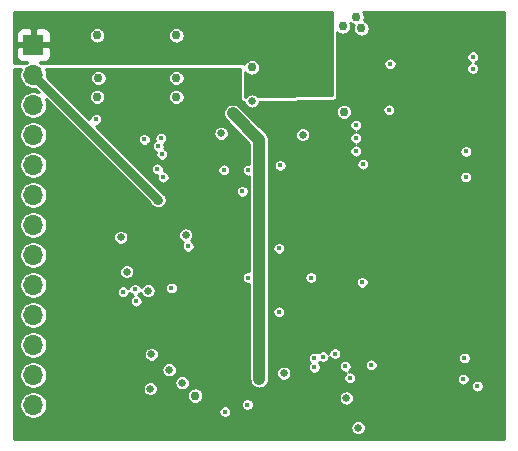
<source format=gbr>
%TF.GenerationSoftware,KiCad,Pcbnew,(5.1.6-0-10_14)*%
%TF.CreationDate,2020-07-08T17:08:28+02:00*%
%TF.ProjectId,driver-board,64726976-6572-42d6-926f-6172642e6b69,rev?*%
%TF.SameCoordinates,Original*%
%TF.FileFunction,Copper,L3,Inr*%
%TF.FilePolarity,Positive*%
%FSLAX46Y46*%
G04 Gerber Fmt 4.6, Leading zero omitted, Abs format (unit mm)*
G04 Created by KiCad (PCBNEW (5.1.6-0-10_14)) date 2020-07-08 17:08:28*
%MOMM*%
%LPD*%
G01*
G04 APERTURE LIST*
%TA.AperFunction,ViaPad*%
%ADD10R,1.700000X1.700000*%
%TD*%
%TA.AperFunction,ViaPad*%
%ADD11O,1.700000X1.700000*%
%TD*%
%TA.AperFunction,ViaPad*%
%ADD12C,0.750000*%
%TD*%
%TA.AperFunction,ViaPad*%
%ADD13C,0.450000*%
%TD*%
%TA.AperFunction,ViaPad*%
%ADD14C,0.650000*%
%TD*%
%TA.AperFunction,Conductor*%
%ADD15C,0.750000*%
%TD*%
%TA.AperFunction,Conductor*%
%ADD16C,1.000000*%
%TD*%
%TA.AperFunction,Conductor*%
%ADD17C,0.254000*%
%TD*%
G04 APERTURE END LIST*
D10*
%TO.N,+5V*%
%TO.C,J1*%
X112200000Y-51100000D03*
D11*
%TO.N,VCC*%
X112200000Y-53640000D03*
%TO.N,GND*%
X112200000Y-56180000D03*
%TO.N,SCK*%
X112200000Y-58720000D03*
%TO.N,SDI*%
X112200000Y-61260000D03*
%TO.N,SDO*%
X112200000Y-63800000D03*
%TO.N,CS1*%
X112200000Y-66340000D03*
%TO.N,CS2*%
X112200000Y-68880000D03*
%TO.N,DC*%
X112200000Y-71420000D03*
%TO.N,AUDIO*%
X112200000Y-73960000D03*
%TO.N,IRQ*%
X112200000Y-76500000D03*
%TO.N,FTRES*%
X112200000Y-79040000D03*
%TO.N,DISPRES*%
X112200000Y-81580000D03*
%TD*%
D12*
%TO.N,+3V0*%
X122600000Y-56900000D03*
D13*
X127500000Y-59300000D03*
X128100000Y-59900000D03*
D12*
X125300000Y-56900000D03*
X124000000Y-56900000D03*
D14*
X120100000Y-68700000D03*
X123200000Y-67300000D03*
X133500000Y-83500000D03*
X126800000Y-66300000D03*
D13*
X143000000Y-79285002D03*
D12*
X141400000Y-83525000D03*
X142475000Y-83050000D03*
X129300000Y-79850000D03*
D14*
X128300000Y-76300000D03*
%TO.N,GND*%
X123700000Y-78600000D03*
X124800000Y-79700000D03*
D12*
X125900000Y-80800000D03*
D14*
X122200000Y-77300000D03*
X121900000Y-71900000D03*
X120100000Y-70300000D03*
X119600000Y-67400000D03*
X125100000Y-67200000D03*
D13*
X117500000Y-57400000D03*
D12*
X117600000Y-50300000D03*
X117700000Y-53900000D03*
X124300000Y-50300000D03*
X124300000Y-53900000D03*
X124300000Y-55500000D03*
X117600000Y-55500000D03*
X130700000Y-53000000D03*
D14*
X128100000Y-58600000D03*
X139700000Y-83500000D03*
X138700000Y-81000000D03*
X135000000Y-58700000D03*
D13*
X149400000Y-52100000D03*
X142400000Y-52700000D03*
X149400000Y-53100000D03*
X130400001Y-70800000D03*
X133000000Y-68325128D03*
X133000000Y-73700000D03*
X135700000Y-70800000D03*
X140050010Y-71200000D03*
X142300000Y-56600000D03*
X148600000Y-79400000D03*
D14*
X133400000Y-78900000D03*
D13*
X148800000Y-62300000D03*
X148825000Y-60125000D03*
D12*
X139975000Y-49700000D03*
D14*
X122100000Y-80200000D03*
D12*
X139550000Y-48750000D03*
X138400000Y-49525000D03*
%TO.N,VCC*%
X122700000Y-64200000D03*
%TO.N,+5V*%
X122700000Y-49000000D03*
X129300000Y-49100000D03*
X133900000Y-48800000D03*
X136500000Y-49300000D03*
%TO.N,+3V3*%
X129100000Y-56900000D03*
X131300000Y-79400000D03*
%TO.N,GND*%
X138500000Y-56775000D03*
D14*
X130700000Y-55850000D03*
D13*
%TO.N,AUDIO*%
X119800000Y-72000000D03*
X129900000Y-63500000D03*
%TO.N,DC_3V*%
X148700000Y-77600000D03*
X123200000Y-62300000D03*
X130324999Y-81550011D03*
%TO.N,CS2_3V*%
X149800000Y-80000000D03*
X122700000Y-61600000D03*
X128425522Y-82158135D03*
%TO.N,CS1_3V*%
X121600000Y-59100000D03*
X133100000Y-61300000D03*
%TO.N,DE*%
X140100000Y-61200000D03*
X136000000Y-78400000D03*
%TO.N,VSYNC*%
X139500000Y-57900000D03*
X136000000Y-77600000D03*
%TO.N,HSYNC*%
X139500000Y-59000000D03*
X136700000Y-77500000D03*
%TO.N,PCLK*%
X139500000Y-60100000D03*
X137738916Y-77238916D03*
%TO.N,FTRES*%
X120900000Y-72800000D03*
X123900000Y-71700000D03*
%TO.N,IRQ*%
X125300000Y-68150000D03*
X120800000Y-71800000D03*
%TO.N,SCK_3V*%
X123000000Y-59000000D03*
X138600000Y-78300000D03*
%TO.N,SDI_3V*%
X122773952Y-59675000D03*
X138999990Y-79300020D03*
%TO.N,SDO_3V*%
X123086084Y-60363916D03*
X140800000Y-78200000D03*
%TO.N,SDI_BUFFER*%
X130400000Y-61700000D03*
X128317730Y-61682270D03*
%TD*%
D15*
%TO.N,VCC*%
X122800000Y-64240000D02*
X112200000Y-53640000D01*
X122700000Y-64200000D02*
X122800000Y-64240000D01*
D16*
%TO.N,+3V3*%
X131325001Y-59125001D02*
X131325001Y-79374999D01*
X129100000Y-56900000D02*
X131325001Y-59125001D01*
%TD*%
D17*
%TO.N,+5V*%
G36*
X137473000Y-55374660D02*
G01*
X131221504Y-55456917D01*
X131206442Y-55434374D01*
X131115626Y-55343558D01*
X131008838Y-55272205D01*
X130890181Y-55223056D01*
X130764216Y-55198000D01*
X130635784Y-55198000D01*
X130509819Y-55223056D01*
X130391162Y-55272205D01*
X130284374Y-55343558D01*
X130193558Y-55434374D01*
X130169244Y-55470762D01*
X130127000Y-55471318D01*
X130127000Y-53406012D01*
X130154721Y-53447499D01*
X130252501Y-53545279D01*
X130367478Y-53622105D01*
X130495234Y-53675023D01*
X130630859Y-53702000D01*
X130769141Y-53702000D01*
X130904766Y-53675023D01*
X131032522Y-53622105D01*
X131147499Y-53545279D01*
X131245279Y-53447499D01*
X131322105Y-53332522D01*
X131375023Y-53204766D01*
X131402000Y-53069141D01*
X131402000Y-52930859D01*
X131375023Y-52795234D01*
X131322105Y-52667478D01*
X131245279Y-52552501D01*
X131147499Y-52454721D01*
X131032522Y-52377895D01*
X130904766Y-52324977D01*
X130769141Y-52298000D01*
X130630859Y-52298000D01*
X130495234Y-52324977D01*
X130367478Y-52377895D01*
X130252501Y-52454721D01*
X130154721Y-52552501D01*
X130077895Y-52667478D01*
X130067434Y-52692734D01*
X130048601Y-52682667D01*
X130024776Y-52675440D01*
X130000000Y-52673000D01*
X112871327Y-52673000D01*
X112757519Y-52596956D01*
X112731890Y-52586340D01*
X113050000Y-52588072D01*
X113174482Y-52575812D01*
X113294180Y-52539502D01*
X113404494Y-52480537D01*
X113501185Y-52401185D01*
X113580537Y-52304494D01*
X113639502Y-52194180D01*
X113675812Y-52074482D01*
X113688072Y-51950000D01*
X113685000Y-51385750D01*
X113526250Y-51227000D01*
X112327000Y-51227000D01*
X112327000Y-51247000D01*
X112073000Y-51247000D01*
X112073000Y-51227000D01*
X110873750Y-51227000D01*
X110715000Y-51385750D01*
X110711928Y-51950000D01*
X110724188Y-52074482D01*
X110760498Y-52194180D01*
X110819463Y-52304494D01*
X110898815Y-52401185D01*
X110995506Y-52480537D01*
X111105820Y-52539502D01*
X111225518Y-52575812D01*
X111350000Y-52588072D01*
X111668110Y-52586340D01*
X111642481Y-52596956D01*
X111528673Y-52673000D01*
X110552000Y-52673000D01*
X110552000Y-50250000D01*
X110711928Y-50250000D01*
X110715000Y-50814250D01*
X110873750Y-50973000D01*
X112073000Y-50973000D01*
X112073000Y-49773750D01*
X112327000Y-49773750D01*
X112327000Y-50973000D01*
X113526250Y-50973000D01*
X113685000Y-50814250D01*
X113688072Y-50250000D01*
X113686187Y-50230859D01*
X116898000Y-50230859D01*
X116898000Y-50369141D01*
X116924977Y-50504766D01*
X116977895Y-50632522D01*
X117054721Y-50747499D01*
X117152501Y-50845279D01*
X117267478Y-50922105D01*
X117395234Y-50975023D01*
X117530859Y-51002000D01*
X117669141Y-51002000D01*
X117804766Y-50975023D01*
X117932522Y-50922105D01*
X118047499Y-50845279D01*
X118145279Y-50747499D01*
X118222105Y-50632522D01*
X118275023Y-50504766D01*
X118302000Y-50369141D01*
X118302000Y-50230859D01*
X123598000Y-50230859D01*
X123598000Y-50369141D01*
X123624977Y-50504766D01*
X123677895Y-50632522D01*
X123754721Y-50747499D01*
X123852501Y-50845279D01*
X123967478Y-50922105D01*
X124095234Y-50975023D01*
X124230859Y-51002000D01*
X124369141Y-51002000D01*
X124504766Y-50975023D01*
X124632522Y-50922105D01*
X124747499Y-50845279D01*
X124845279Y-50747499D01*
X124922105Y-50632522D01*
X124975023Y-50504766D01*
X125002000Y-50369141D01*
X125002000Y-50230859D01*
X124975023Y-50095234D01*
X124922105Y-49967478D01*
X124845279Y-49852501D01*
X124747499Y-49754721D01*
X124632522Y-49677895D01*
X124504766Y-49624977D01*
X124369141Y-49598000D01*
X124230859Y-49598000D01*
X124095234Y-49624977D01*
X123967478Y-49677895D01*
X123852501Y-49754721D01*
X123754721Y-49852501D01*
X123677895Y-49967478D01*
X123624977Y-50095234D01*
X123598000Y-50230859D01*
X118302000Y-50230859D01*
X118275023Y-50095234D01*
X118222105Y-49967478D01*
X118145279Y-49852501D01*
X118047499Y-49754721D01*
X117932522Y-49677895D01*
X117804766Y-49624977D01*
X117669141Y-49598000D01*
X117530859Y-49598000D01*
X117395234Y-49624977D01*
X117267478Y-49677895D01*
X117152501Y-49754721D01*
X117054721Y-49852501D01*
X116977895Y-49967478D01*
X116924977Y-50095234D01*
X116898000Y-50230859D01*
X113686187Y-50230859D01*
X113675812Y-50125518D01*
X113639502Y-50005820D01*
X113580537Y-49895506D01*
X113501185Y-49798815D01*
X113404494Y-49719463D01*
X113294180Y-49660498D01*
X113174482Y-49624188D01*
X113050000Y-49611928D01*
X112485750Y-49615000D01*
X112327000Y-49773750D01*
X112073000Y-49773750D01*
X111914250Y-49615000D01*
X111350000Y-49611928D01*
X111225518Y-49624188D01*
X111105820Y-49660498D01*
X110995506Y-49719463D01*
X110898815Y-49798815D01*
X110819463Y-49895506D01*
X110760498Y-50005820D01*
X110724188Y-50125518D01*
X110711928Y-50250000D01*
X110552000Y-50250000D01*
X110552000Y-48352000D01*
X137473000Y-48352000D01*
X137473000Y-55374660D01*
G37*
X137473000Y-55374660D02*
X131221504Y-55456917D01*
X131206442Y-55434374D01*
X131115626Y-55343558D01*
X131008838Y-55272205D01*
X130890181Y-55223056D01*
X130764216Y-55198000D01*
X130635784Y-55198000D01*
X130509819Y-55223056D01*
X130391162Y-55272205D01*
X130284374Y-55343558D01*
X130193558Y-55434374D01*
X130169244Y-55470762D01*
X130127000Y-55471318D01*
X130127000Y-53406012D01*
X130154721Y-53447499D01*
X130252501Y-53545279D01*
X130367478Y-53622105D01*
X130495234Y-53675023D01*
X130630859Y-53702000D01*
X130769141Y-53702000D01*
X130904766Y-53675023D01*
X131032522Y-53622105D01*
X131147499Y-53545279D01*
X131245279Y-53447499D01*
X131322105Y-53332522D01*
X131375023Y-53204766D01*
X131402000Y-53069141D01*
X131402000Y-52930859D01*
X131375023Y-52795234D01*
X131322105Y-52667478D01*
X131245279Y-52552501D01*
X131147499Y-52454721D01*
X131032522Y-52377895D01*
X130904766Y-52324977D01*
X130769141Y-52298000D01*
X130630859Y-52298000D01*
X130495234Y-52324977D01*
X130367478Y-52377895D01*
X130252501Y-52454721D01*
X130154721Y-52552501D01*
X130077895Y-52667478D01*
X130067434Y-52692734D01*
X130048601Y-52682667D01*
X130024776Y-52675440D01*
X130000000Y-52673000D01*
X112871327Y-52673000D01*
X112757519Y-52596956D01*
X112731890Y-52586340D01*
X113050000Y-52588072D01*
X113174482Y-52575812D01*
X113294180Y-52539502D01*
X113404494Y-52480537D01*
X113501185Y-52401185D01*
X113580537Y-52304494D01*
X113639502Y-52194180D01*
X113675812Y-52074482D01*
X113688072Y-51950000D01*
X113685000Y-51385750D01*
X113526250Y-51227000D01*
X112327000Y-51227000D01*
X112327000Y-51247000D01*
X112073000Y-51247000D01*
X112073000Y-51227000D01*
X110873750Y-51227000D01*
X110715000Y-51385750D01*
X110711928Y-51950000D01*
X110724188Y-52074482D01*
X110760498Y-52194180D01*
X110819463Y-52304494D01*
X110898815Y-52401185D01*
X110995506Y-52480537D01*
X111105820Y-52539502D01*
X111225518Y-52575812D01*
X111350000Y-52588072D01*
X111668110Y-52586340D01*
X111642481Y-52596956D01*
X111528673Y-52673000D01*
X110552000Y-52673000D01*
X110552000Y-50250000D01*
X110711928Y-50250000D01*
X110715000Y-50814250D01*
X110873750Y-50973000D01*
X112073000Y-50973000D01*
X112073000Y-49773750D01*
X112327000Y-49773750D01*
X112327000Y-50973000D01*
X113526250Y-50973000D01*
X113685000Y-50814250D01*
X113688072Y-50250000D01*
X113686187Y-50230859D01*
X116898000Y-50230859D01*
X116898000Y-50369141D01*
X116924977Y-50504766D01*
X116977895Y-50632522D01*
X117054721Y-50747499D01*
X117152501Y-50845279D01*
X117267478Y-50922105D01*
X117395234Y-50975023D01*
X117530859Y-51002000D01*
X117669141Y-51002000D01*
X117804766Y-50975023D01*
X117932522Y-50922105D01*
X118047499Y-50845279D01*
X118145279Y-50747499D01*
X118222105Y-50632522D01*
X118275023Y-50504766D01*
X118302000Y-50369141D01*
X118302000Y-50230859D01*
X123598000Y-50230859D01*
X123598000Y-50369141D01*
X123624977Y-50504766D01*
X123677895Y-50632522D01*
X123754721Y-50747499D01*
X123852501Y-50845279D01*
X123967478Y-50922105D01*
X124095234Y-50975023D01*
X124230859Y-51002000D01*
X124369141Y-51002000D01*
X124504766Y-50975023D01*
X124632522Y-50922105D01*
X124747499Y-50845279D01*
X124845279Y-50747499D01*
X124922105Y-50632522D01*
X124975023Y-50504766D01*
X125002000Y-50369141D01*
X125002000Y-50230859D01*
X124975023Y-50095234D01*
X124922105Y-49967478D01*
X124845279Y-49852501D01*
X124747499Y-49754721D01*
X124632522Y-49677895D01*
X124504766Y-49624977D01*
X124369141Y-49598000D01*
X124230859Y-49598000D01*
X124095234Y-49624977D01*
X123967478Y-49677895D01*
X123852501Y-49754721D01*
X123754721Y-49852501D01*
X123677895Y-49967478D01*
X123624977Y-50095234D01*
X123598000Y-50230859D01*
X118302000Y-50230859D01*
X118275023Y-50095234D01*
X118222105Y-49967478D01*
X118145279Y-49852501D01*
X118047499Y-49754721D01*
X117932522Y-49677895D01*
X117804766Y-49624977D01*
X117669141Y-49598000D01*
X117530859Y-49598000D01*
X117395234Y-49624977D01*
X117267478Y-49677895D01*
X117152501Y-49754721D01*
X117054721Y-49852501D01*
X116977895Y-49967478D01*
X116924977Y-50095234D01*
X116898000Y-50230859D01*
X113686187Y-50230859D01*
X113675812Y-50125518D01*
X113639502Y-50005820D01*
X113580537Y-49895506D01*
X113501185Y-49798815D01*
X113404494Y-49719463D01*
X113294180Y-49660498D01*
X113174482Y-49624188D01*
X113050000Y-49611928D01*
X112485750Y-49615000D01*
X112327000Y-49773750D01*
X112073000Y-49773750D01*
X111914250Y-49615000D01*
X111350000Y-49611928D01*
X111225518Y-49624188D01*
X111105820Y-49660498D01*
X110995506Y-49719463D01*
X110898815Y-49798815D01*
X110819463Y-49895506D01*
X110760498Y-50005820D01*
X110724188Y-50125518D01*
X110711928Y-50250000D01*
X110552000Y-50250000D01*
X110552000Y-48352000D01*
X137473000Y-48352000D01*
X137473000Y-55374660D01*
%TO.N,+3V0*%
G36*
X152048000Y-84448000D02*
G01*
X110552000Y-84448000D01*
X110552000Y-83435784D01*
X139048000Y-83435784D01*
X139048000Y-83564216D01*
X139073056Y-83690181D01*
X139122205Y-83808838D01*
X139193558Y-83915626D01*
X139284374Y-84006442D01*
X139391162Y-84077795D01*
X139509819Y-84126944D01*
X139635784Y-84152000D01*
X139764216Y-84152000D01*
X139890181Y-84126944D01*
X140008838Y-84077795D01*
X140115626Y-84006442D01*
X140206442Y-83915626D01*
X140277795Y-83808838D01*
X140326944Y-83690181D01*
X140352000Y-83564216D01*
X140352000Y-83435784D01*
X140326944Y-83309819D01*
X140277795Y-83191162D01*
X140206442Y-83084374D01*
X140115626Y-82993558D01*
X140008838Y-82922205D01*
X139890181Y-82873056D01*
X139764216Y-82848000D01*
X139635784Y-82848000D01*
X139509819Y-82873056D01*
X139391162Y-82922205D01*
X139284374Y-82993558D01*
X139193558Y-83084374D01*
X139122205Y-83191162D01*
X139073056Y-83309819D01*
X139048000Y-83435784D01*
X110552000Y-83435784D01*
X110552000Y-81464076D01*
X111023000Y-81464076D01*
X111023000Y-81695924D01*
X111068231Y-81923318D01*
X111156956Y-82137519D01*
X111285764Y-82330294D01*
X111449706Y-82494236D01*
X111642481Y-82623044D01*
X111856682Y-82711769D01*
X112084076Y-82757000D01*
X112315924Y-82757000D01*
X112543318Y-82711769D01*
X112757519Y-82623044D01*
X112950294Y-82494236D01*
X113114236Y-82330294D01*
X113243044Y-82137519D01*
X113257024Y-82103768D01*
X127873522Y-82103768D01*
X127873522Y-82212502D01*
X127894735Y-82319147D01*
X127936346Y-82419605D01*
X127996756Y-82510015D01*
X128073642Y-82586901D01*
X128164052Y-82647311D01*
X128264510Y-82688922D01*
X128371155Y-82710135D01*
X128479889Y-82710135D01*
X128586534Y-82688922D01*
X128686992Y-82647311D01*
X128777402Y-82586901D01*
X128854288Y-82510015D01*
X128914698Y-82419605D01*
X128956309Y-82319147D01*
X128977522Y-82212502D01*
X128977522Y-82103768D01*
X128956309Y-81997123D01*
X128914698Y-81896665D01*
X128854288Y-81806255D01*
X128777402Y-81729369D01*
X128686992Y-81668959D01*
X128586534Y-81627348D01*
X128479889Y-81606135D01*
X128371155Y-81606135D01*
X128264510Y-81627348D01*
X128164052Y-81668959D01*
X128073642Y-81729369D01*
X127996756Y-81806255D01*
X127936346Y-81896665D01*
X127894735Y-81997123D01*
X127873522Y-82103768D01*
X113257024Y-82103768D01*
X113331769Y-81923318D01*
X113377000Y-81695924D01*
X113377000Y-81464076D01*
X113331769Y-81236682D01*
X113243044Y-81022481D01*
X113114236Y-80829706D01*
X112950294Y-80665764D01*
X112757519Y-80536956D01*
X112543318Y-80448231D01*
X112315924Y-80403000D01*
X112084076Y-80403000D01*
X111856682Y-80448231D01*
X111642481Y-80536956D01*
X111449706Y-80665764D01*
X111285764Y-80829706D01*
X111156956Y-81022481D01*
X111068231Y-81236682D01*
X111023000Y-81464076D01*
X110552000Y-81464076D01*
X110552000Y-78924076D01*
X111023000Y-78924076D01*
X111023000Y-79155924D01*
X111068231Y-79383318D01*
X111156956Y-79597519D01*
X111285764Y-79790294D01*
X111449706Y-79954236D01*
X111642481Y-80083044D01*
X111856682Y-80171769D01*
X112084076Y-80217000D01*
X112315924Y-80217000D01*
X112543318Y-80171769D01*
X112630193Y-80135784D01*
X121448000Y-80135784D01*
X121448000Y-80264216D01*
X121473056Y-80390181D01*
X121522205Y-80508838D01*
X121593558Y-80615626D01*
X121684374Y-80706442D01*
X121791162Y-80777795D01*
X121909819Y-80826944D01*
X122035784Y-80852000D01*
X122164216Y-80852000D01*
X122290181Y-80826944D01*
X122408838Y-80777795D01*
X122479083Y-80730859D01*
X125198000Y-80730859D01*
X125198000Y-80869141D01*
X125224977Y-81004766D01*
X125277895Y-81132522D01*
X125354721Y-81247499D01*
X125452501Y-81345279D01*
X125567478Y-81422105D01*
X125695234Y-81475023D01*
X125830859Y-81502000D01*
X125969141Y-81502000D01*
X126001095Y-81495644D01*
X129772999Y-81495644D01*
X129772999Y-81604378D01*
X129794212Y-81711023D01*
X129835823Y-81811481D01*
X129896233Y-81901891D01*
X129973119Y-81978777D01*
X130063529Y-82039187D01*
X130163987Y-82080798D01*
X130270632Y-82102011D01*
X130379366Y-82102011D01*
X130486011Y-82080798D01*
X130586469Y-82039187D01*
X130676879Y-81978777D01*
X130753765Y-81901891D01*
X130814175Y-81811481D01*
X130855786Y-81711023D01*
X130876999Y-81604378D01*
X130876999Y-81495644D01*
X130855786Y-81388999D01*
X130814175Y-81288541D01*
X130753765Y-81198131D01*
X130676879Y-81121245D01*
X130586469Y-81060835D01*
X130486011Y-81019224D01*
X130379366Y-80998011D01*
X130270632Y-80998011D01*
X130163987Y-81019224D01*
X130063529Y-81060835D01*
X129973119Y-81121245D01*
X129896233Y-81198131D01*
X129835823Y-81288541D01*
X129794212Y-81388999D01*
X129772999Y-81495644D01*
X126001095Y-81495644D01*
X126104766Y-81475023D01*
X126232522Y-81422105D01*
X126347499Y-81345279D01*
X126445279Y-81247499D01*
X126522105Y-81132522D01*
X126575023Y-81004766D01*
X126588744Y-80935784D01*
X138048000Y-80935784D01*
X138048000Y-81064216D01*
X138073056Y-81190181D01*
X138122205Y-81308838D01*
X138193558Y-81415626D01*
X138284374Y-81506442D01*
X138391162Y-81577795D01*
X138509819Y-81626944D01*
X138635784Y-81652000D01*
X138764216Y-81652000D01*
X138890181Y-81626944D01*
X139008838Y-81577795D01*
X139115626Y-81506442D01*
X139206442Y-81415626D01*
X139277795Y-81308838D01*
X139326944Y-81190181D01*
X139352000Y-81064216D01*
X139352000Y-80935784D01*
X139326944Y-80809819D01*
X139277795Y-80691162D01*
X139206442Y-80584374D01*
X139115626Y-80493558D01*
X139008838Y-80422205D01*
X138890181Y-80373056D01*
X138764216Y-80348000D01*
X138635784Y-80348000D01*
X138509819Y-80373056D01*
X138391162Y-80422205D01*
X138284374Y-80493558D01*
X138193558Y-80584374D01*
X138122205Y-80691162D01*
X138073056Y-80809819D01*
X138048000Y-80935784D01*
X126588744Y-80935784D01*
X126602000Y-80869141D01*
X126602000Y-80730859D01*
X126575023Y-80595234D01*
X126522105Y-80467478D01*
X126445279Y-80352501D01*
X126347499Y-80254721D01*
X126232522Y-80177895D01*
X126104766Y-80124977D01*
X125969141Y-80098000D01*
X125830859Y-80098000D01*
X125695234Y-80124977D01*
X125567478Y-80177895D01*
X125452501Y-80254721D01*
X125354721Y-80352501D01*
X125277895Y-80467478D01*
X125224977Y-80595234D01*
X125198000Y-80730859D01*
X122479083Y-80730859D01*
X122515626Y-80706442D01*
X122606442Y-80615626D01*
X122677795Y-80508838D01*
X122726944Y-80390181D01*
X122752000Y-80264216D01*
X122752000Y-80135784D01*
X122726944Y-80009819D01*
X122677795Y-79891162D01*
X122606442Y-79784374D01*
X122515626Y-79693558D01*
X122429161Y-79635784D01*
X124148000Y-79635784D01*
X124148000Y-79764216D01*
X124173056Y-79890181D01*
X124222205Y-80008838D01*
X124293558Y-80115626D01*
X124384374Y-80206442D01*
X124491162Y-80277795D01*
X124609819Y-80326944D01*
X124735784Y-80352000D01*
X124864216Y-80352000D01*
X124990181Y-80326944D01*
X125108838Y-80277795D01*
X125215626Y-80206442D01*
X125306442Y-80115626D01*
X125377795Y-80008838D01*
X125426944Y-79890181D01*
X125452000Y-79764216D01*
X125452000Y-79635784D01*
X125426944Y-79509819D01*
X125377795Y-79391162D01*
X125306442Y-79284374D01*
X125215626Y-79193558D01*
X125108838Y-79122205D01*
X124990181Y-79073056D01*
X124864216Y-79048000D01*
X124735784Y-79048000D01*
X124609819Y-79073056D01*
X124491162Y-79122205D01*
X124384374Y-79193558D01*
X124293558Y-79284374D01*
X124222205Y-79391162D01*
X124173056Y-79509819D01*
X124148000Y-79635784D01*
X122429161Y-79635784D01*
X122408838Y-79622205D01*
X122290181Y-79573056D01*
X122164216Y-79548000D01*
X122035784Y-79548000D01*
X121909819Y-79573056D01*
X121791162Y-79622205D01*
X121684374Y-79693558D01*
X121593558Y-79784374D01*
X121522205Y-79891162D01*
X121473056Y-80009819D01*
X121448000Y-80135784D01*
X112630193Y-80135784D01*
X112757519Y-80083044D01*
X112950294Y-79954236D01*
X113114236Y-79790294D01*
X113243044Y-79597519D01*
X113331769Y-79383318D01*
X113377000Y-79155924D01*
X113377000Y-78924076D01*
X113331769Y-78696682D01*
X113265123Y-78535784D01*
X123048000Y-78535784D01*
X123048000Y-78664216D01*
X123073056Y-78790181D01*
X123122205Y-78908838D01*
X123193558Y-79015626D01*
X123284374Y-79106442D01*
X123391162Y-79177795D01*
X123509819Y-79226944D01*
X123635784Y-79252000D01*
X123764216Y-79252000D01*
X123890181Y-79226944D01*
X124008838Y-79177795D01*
X124115626Y-79106442D01*
X124206442Y-79015626D01*
X124277795Y-78908838D01*
X124326944Y-78790181D01*
X124352000Y-78664216D01*
X124352000Y-78535784D01*
X124326944Y-78409819D01*
X124277795Y-78291162D01*
X124206442Y-78184374D01*
X124115626Y-78093558D01*
X124008838Y-78022205D01*
X123890181Y-77973056D01*
X123764216Y-77948000D01*
X123635784Y-77948000D01*
X123509819Y-77973056D01*
X123391162Y-78022205D01*
X123284374Y-78093558D01*
X123193558Y-78184374D01*
X123122205Y-78291162D01*
X123073056Y-78409819D01*
X123048000Y-78535784D01*
X113265123Y-78535784D01*
X113243044Y-78482481D01*
X113114236Y-78289706D01*
X112950294Y-78125764D01*
X112757519Y-77996956D01*
X112543318Y-77908231D01*
X112315924Y-77863000D01*
X112084076Y-77863000D01*
X111856682Y-77908231D01*
X111642481Y-77996956D01*
X111449706Y-78125764D01*
X111285764Y-78289706D01*
X111156956Y-78482481D01*
X111068231Y-78696682D01*
X111023000Y-78924076D01*
X110552000Y-78924076D01*
X110552000Y-76384076D01*
X111023000Y-76384076D01*
X111023000Y-76615924D01*
X111068231Y-76843318D01*
X111156956Y-77057519D01*
X111285764Y-77250294D01*
X111449706Y-77414236D01*
X111642481Y-77543044D01*
X111856682Y-77631769D01*
X112084076Y-77677000D01*
X112315924Y-77677000D01*
X112543318Y-77631769D01*
X112757519Y-77543044D01*
X112950294Y-77414236D01*
X113114236Y-77250294D01*
X113123931Y-77235784D01*
X121548000Y-77235784D01*
X121548000Y-77364216D01*
X121573056Y-77490181D01*
X121622205Y-77608838D01*
X121693558Y-77715626D01*
X121784374Y-77806442D01*
X121891162Y-77877795D01*
X122009819Y-77926944D01*
X122135784Y-77952000D01*
X122264216Y-77952000D01*
X122390181Y-77926944D01*
X122508838Y-77877795D01*
X122615626Y-77806442D01*
X122706442Y-77715626D01*
X122777795Y-77608838D01*
X122826944Y-77490181D01*
X122852000Y-77364216D01*
X122852000Y-77235784D01*
X122826944Y-77109819D01*
X122777795Y-76991162D01*
X122706442Y-76884374D01*
X122615626Y-76793558D01*
X122508838Y-76722205D01*
X122390181Y-76673056D01*
X122264216Y-76648000D01*
X122135784Y-76648000D01*
X122009819Y-76673056D01*
X121891162Y-76722205D01*
X121784374Y-76793558D01*
X121693558Y-76884374D01*
X121622205Y-76991162D01*
X121573056Y-77109819D01*
X121548000Y-77235784D01*
X113123931Y-77235784D01*
X113243044Y-77057519D01*
X113331769Y-76843318D01*
X113377000Y-76615924D01*
X113377000Y-76384076D01*
X113331769Y-76156682D01*
X113243044Y-75942481D01*
X113114236Y-75749706D01*
X112950294Y-75585764D01*
X112757519Y-75456956D01*
X112543318Y-75368231D01*
X112315924Y-75323000D01*
X112084076Y-75323000D01*
X111856682Y-75368231D01*
X111642481Y-75456956D01*
X111449706Y-75585764D01*
X111285764Y-75749706D01*
X111156956Y-75942481D01*
X111068231Y-76156682D01*
X111023000Y-76384076D01*
X110552000Y-76384076D01*
X110552000Y-73844076D01*
X111023000Y-73844076D01*
X111023000Y-74075924D01*
X111068231Y-74303318D01*
X111156956Y-74517519D01*
X111285764Y-74710294D01*
X111449706Y-74874236D01*
X111642481Y-75003044D01*
X111856682Y-75091769D01*
X112084076Y-75137000D01*
X112315924Y-75137000D01*
X112543318Y-75091769D01*
X112757519Y-75003044D01*
X112950294Y-74874236D01*
X113114236Y-74710294D01*
X113243044Y-74517519D01*
X113331769Y-74303318D01*
X113377000Y-74075924D01*
X113377000Y-73844076D01*
X113331769Y-73616682D01*
X113243044Y-73402481D01*
X113114236Y-73209706D01*
X112950294Y-73045764D01*
X112757519Y-72916956D01*
X112543318Y-72828231D01*
X112315924Y-72783000D01*
X112084076Y-72783000D01*
X111856682Y-72828231D01*
X111642481Y-72916956D01*
X111449706Y-73045764D01*
X111285764Y-73209706D01*
X111156956Y-73402481D01*
X111068231Y-73616682D01*
X111023000Y-73844076D01*
X110552000Y-73844076D01*
X110552000Y-71304076D01*
X111023000Y-71304076D01*
X111023000Y-71535924D01*
X111068231Y-71763318D01*
X111156956Y-71977519D01*
X111285764Y-72170294D01*
X111449706Y-72334236D01*
X111642481Y-72463044D01*
X111856682Y-72551769D01*
X112084076Y-72597000D01*
X112315924Y-72597000D01*
X112543318Y-72551769D01*
X112757519Y-72463044D01*
X112950294Y-72334236D01*
X113114236Y-72170294D01*
X113243044Y-71977519D01*
X113256251Y-71945633D01*
X119248000Y-71945633D01*
X119248000Y-72054367D01*
X119269213Y-72161012D01*
X119310824Y-72261470D01*
X119371234Y-72351880D01*
X119448120Y-72428766D01*
X119538530Y-72489176D01*
X119638988Y-72530787D01*
X119745633Y-72552000D01*
X119854367Y-72552000D01*
X119961012Y-72530787D01*
X120061470Y-72489176D01*
X120151880Y-72428766D01*
X120228766Y-72351880D01*
X120289176Y-72261470D01*
X120330787Y-72161012D01*
X120341465Y-72107328D01*
X120371234Y-72151880D01*
X120448120Y-72228766D01*
X120538530Y-72289176D01*
X120620262Y-72323030D01*
X120548120Y-72371234D01*
X120471234Y-72448120D01*
X120410824Y-72538530D01*
X120369213Y-72638988D01*
X120348000Y-72745633D01*
X120348000Y-72854367D01*
X120369213Y-72961012D01*
X120410824Y-73061470D01*
X120471234Y-73151880D01*
X120548120Y-73228766D01*
X120638530Y-73289176D01*
X120738988Y-73330787D01*
X120845633Y-73352000D01*
X120954367Y-73352000D01*
X121061012Y-73330787D01*
X121161470Y-73289176D01*
X121251880Y-73228766D01*
X121328766Y-73151880D01*
X121389176Y-73061470D01*
X121430787Y-72961012D01*
X121452000Y-72854367D01*
X121452000Y-72745633D01*
X121430787Y-72638988D01*
X121389176Y-72538530D01*
X121328766Y-72448120D01*
X121251880Y-72371234D01*
X121161470Y-72310824D01*
X121079738Y-72276970D01*
X121151880Y-72228766D01*
X121228766Y-72151880D01*
X121272353Y-72086647D01*
X121273056Y-72090181D01*
X121322205Y-72208838D01*
X121393558Y-72315626D01*
X121484374Y-72406442D01*
X121591162Y-72477795D01*
X121709819Y-72526944D01*
X121835784Y-72552000D01*
X121964216Y-72552000D01*
X122090181Y-72526944D01*
X122208838Y-72477795D01*
X122315626Y-72406442D01*
X122406442Y-72315626D01*
X122477795Y-72208838D01*
X122526944Y-72090181D01*
X122552000Y-71964216D01*
X122552000Y-71835784D01*
X122526944Y-71709819D01*
X122500358Y-71645633D01*
X123348000Y-71645633D01*
X123348000Y-71754367D01*
X123369213Y-71861012D01*
X123410824Y-71961470D01*
X123471234Y-72051880D01*
X123548120Y-72128766D01*
X123638530Y-72189176D01*
X123738988Y-72230787D01*
X123845633Y-72252000D01*
X123954367Y-72252000D01*
X124061012Y-72230787D01*
X124161470Y-72189176D01*
X124251880Y-72128766D01*
X124328766Y-72051880D01*
X124389176Y-71961470D01*
X124430787Y-71861012D01*
X124452000Y-71754367D01*
X124452000Y-71645633D01*
X124430787Y-71538988D01*
X124389176Y-71438530D01*
X124328766Y-71348120D01*
X124251880Y-71271234D01*
X124161470Y-71210824D01*
X124061012Y-71169213D01*
X123954367Y-71148000D01*
X123845633Y-71148000D01*
X123738988Y-71169213D01*
X123638530Y-71210824D01*
X123548120Y-71271234D01*
X123471234Y-71348120D01*
X123410824Y-71438530D01*
X123369213Y-71538988D01*
X123348000Y-71645633D01*
X122500358Y-71645633D01*
X122477795Y-71591162D01*
X122406442Y-71484374D01*
X122315626Y-71393558D01*
X122208838Y-71322205D01*
X122090181Y-71273056D01*
X121964216Y-71248000D01*
X121835784Y-71248000D01*
X121709819Y-71273056D01*
X121591162Y-71322205D01*
X121484374Y-71393558D01*
X121393558Y-71484374D01*
X121322205Y-71591162D01*
X121316591Y-71604716D01*
X121289176Y-71538530D01*
X121228766Y-71448120D01*
X121151880Y-71371234D01*
X121061470Y-71310824D01*
X120961012Y-71269213D01*
X120854367Y-71248000D01*
X120745633Y-71248000D01*
X120638988Y-71269213D01*
X120538530Y-71310824D01*
X120448120Y-71371234D01*
X120371234Y-71448120D01*
X120310824Y-71538530D01*
X120269213Y-71638988D01*
X120258535Y-71692672D01*
X120228766Y-71648120D01*
X120151880Y-71571234D01*
X120061470Y-71510824D01*
X119961012Y-71469213D01*
X119854367Y-71448000D01*
X119745633Y-71448000D01*
X119638988Y-71469213D01*
X119538530Y-71510824D01*
X119448120Y-71571234D01*
X119371234Y-71648120D01*
X119310824Y-71738530D01*
X119269213Y-71838988D01*
X119248000Y-71945633D01*
X113256251Y-71945633D01*
X113331769Y-71763318D01*
X113377000Y-71535924D01*
X113377000Y-71304076D01*
X113331769Y-71076682D01*
X113243044Y-70862481D01*
X113114236Y-70669706D01*
X112950294Y-70505764D01*
X112757519Y-70376956D01*
X112543318Y-70288231D01*
X112315924Y-70243000D01*
X112084076Y-70243000D01*
X111856682Y-70288231D01*
X111642481Y-70376956D01*
X111449706Y-70505764D01*
X111285764Y-70669706D01*
X111156956Y-70862481D01*
X111068231Y-71076682D01*
X111023000Y-71304076D01*
X110552000Y-71304076D01*
X110552000Y-70235784D01*
X119448000Y-70235784D01*
X119448000Y-70364216D01*
X119473056Y-70490181D01*
X119522205Y-70608838D01*
X119593558Y-70715626D01*
X119684374Y-70806442D01*
X119791162Y-70877795D01*
X119909819Y-70926944D01*
X120035784Y-70952000D01*
X120164216Y-70952000D01*
X120290181Y-70926944D01*
X120408838Y-70877795D01*
X120515626Y-70806442D01*
X120606442Y-70715626D01*
X120677795Y-70608838D01*
X120726944Y-70490181D01*
X120752000Y-70364216D01*
X120752000Y-70235784D01*
X120726944Y-70109819D01*
X120677795Y-69991162D01*
X120606442Y-69884374D01*
X120515626Y-69793558D01*
X120408838Y-69722205D01*
X120290181Y-69673056D01*
X120164216Y-69648000D01*
X120035784Y-69648000D01*
X119909819Y-69673056D01*
X119791162Y-69722205D01*
X119684374Y-69793558D01*
X119593558Y-69884374D01*
X119522205Y-69991162D01*
X119473056Y-70109819D01*
X119448000Y-70235784D01*
X110552000Y-70235784D01*
X110552000Y-68764076D01*
X111023000Y-68764076D01*
X111023000Y-68995924D01*
X111068231Y-69223318D01*
X111156956Y-69437519D01*
X111285764Y-69630294D01*
X111449706Y-69794236D01*
X111642481Y-69923044D01*
X111856682Y-70011769D01*
X112084076Y-70057000D01*
X112315924Y-70057000D01*
X112543318Y-70011769D01*
X112757519Y-69923044D01*
X112950294Y-69794236D01*
X113114236Y-69630294D01*
X113243044Y-69437519D01*
X113331769Y-69223318D01*
X113377000Y-68995924D01*
X113377000Y-68764076D01*
X113331769Y-68536682D01*
X113243044Y-68322481D01*
X113114236Y-68129706D01*
X112950294Y-67965764D01*
X112757519Y-67836956D01*
X112543318Y-67748231D01*
X112315924Y-67703000D01*
X112084076Y-67703000D01*
X111856682Y-67748231D01*
X111642481Y-67836956D01*
X111449706Y-67965764D01*
X111285764Y-68129706D01*
X111156956Y-68322481D01*
X111068231Y-68536682D01*
X111023000Y-68764076D01*
X110552000Y-68764076D01*
X110552000Y-66224076D01*
X111023000Y-66224076D01*
X111023000Y-66455924D01*
X111068231Y-66683318D01*
X111156956Y-66897519D01*
X111285764Y-67090294D01*
X111449706Y-67254236D01*
X111642481Y-67383044D01*
X111856682Y-67471769D01*
X112084076Y-67517000D01*
X112315924Y-67517000D01*
X112543318Y-67471769D01*
X112757519Y-67383044D01*
X112828248Y-67335784D01*
X118948000Y-67335784D01*
X118948000Y-67464216D01*
X118973056Y-67590181D01*
X119022205Y-67708838D01*
X119093558Y-67815626D01*
X119184374Y-67906442D01*
X119291162Y-67977795D01*
X119409819Y-68026944D01*
X119535784Y-68052000D01*
X119664216Y-68052000D01*
X119790181Y-68026944D01*
X119908838Y-67977795D01*
X120015626Y-67906442D01*
X120106442Y-67815626D01*
X120177795Y-67708838D01*
X120226944Y-67590181D01*
X120252000Y-67464216D01*
X120252000Y-67335784D01*
X120226944Y-67209819D01*
X120196278Y-67135784D01*
X124448000Y-67135784D01*
X124448000Y-67264216D01*
X124473056Y-67390181D01*
X124522205Y-67508838D01*
X124593558Y-67615626D01*
X124684374Y-67706442D01*
X124791162Y-67777795D01*
X124864513Y-67808178D01*
X124810824Y-67888530D01*
X124769213Y-67988988D01*
X124748000Y-68095633D01*
X124748000Y-68204367D01*
X124769213Y-68311012D01*
X124810824Y-68411470D01*
X124871234Y-68501880D01*
X124948120Y-68578766D01*
X125038530Y-68639176D01*
X125138988Y-68680787D01*
X125245633Y-68702000D01*
X125354367Y-68702000D01*
X125461012Y-68680787D01*
X125561470Y-68639176D01*
X125651880Y-68578766D01*
X125728766Y-68501880D01*
X125789176Y-68411470D01*
X125830787Y-68311012D01*
X125852000Y-68204367D01*
X125852000Y-68095633D01*
X125830787Y-67988988D01*
X125789176Y-67888530D01*
X125728766Y-67798120D01*
X125651880Y-67721234D01*
X125561470Y-67660824D01*
X125561310Y-67660758D01*
X125606442Y-67615626D01*
X125677795Y-67508838D01*
X125726944Y-67390181D01*
X125752000Y-67264216D01*
X125752000Y-67135784D01*
X125726944Y-67009819D01*
X125677795Y-66891162D01*
X125606442Y-66784374D01*
X125515626Y-66693558D01*
X125408838Y-66622205D01*
X125290181Y-66573056D01*
X125164216Y-66548000D01*
X125035784Y-66548000D01*
X124909819Y-66573056D01*
X124791162Y-66622205D01*
X124684374Y-66693558D01*
X124593558Y-66784374D01*
X124522205Y-66891162D01*
X124473056Y-67009819D01*
X124448000Y-67135784D01*
X120196278Y-67135784D01*
X120177795Y-67091162D01*
X120106442Y-66984374D01*
X120015626Y-66893558D01*
X119908838Y-66822205D01*
X119790181Y-66773056D01*
X119664216Y-66748000D01*
X119535784Y-66748000D01*
X119409819Y-66773056D01*
X119291162Y-66822205D01*
X119184374Y-66893558D01*
X119093558Y-66984374D01*
X119022205Y-67091162D01*
X118973056Y-67209819D01*
X118948000Y-67335784D01*
X112828248Y-67335784D01*
X112950294Y-67254236D01*
X113114236Y-67090294D01*
X113243044Y-66897519D01*
X113331769Y-66683318D01*
X113377000Y-66455924D01*
X113377000Y-66224076D01*
X113331769Y-65996682D01*
X113243044Y-65782481D01*
X113114236Y-65589706D01*
X112950294Y-65425764D01*
X112757519Y-65296956D01*
X112543318Y-65208231D01*
X112315924Y-65163000D01*
X112084076Y-65163000D01*
X111856682Y-65208231D01*
X111642481Y-65296956D01*
X111449706Y-65425764D01*
X111285764Y-65589706D01*
X111156956Y-65782481D01*
X111068231Y-65996682D01*
X111023000Y-66224076D01*
X110552000Y-66224076D01*
X110552000Y-63684076D01*
X111023000Y-63684076D01*
X111023000Y-63915924D01*
X111068231Y-64143318D01*
X111156956Y-64357519D01*
X111285764Y-64550294D01*
X111449706Y-64714236D01*
X111642481Y-64843044D01*
X111856682Y-64931769D01*
X112084076Y-64977000D01*
X112315924Y-64977000D01*
X112543318Y-64931769D01*
X112757519Y-64843044D01*
X112950294Y-64714236D01*
X113114236Y-64550294D01*
X113243044Y-64357519D01*
X113331769Y-64143318D01*
X113377000Y-63915924D01*
X113377000Y-63684076D01*
X113331769Y-63456682D01*
X113243044Y-63242481D01*
X113114236Y-63049706D01*
X112950294Y-62885764D01*
X112757519Y-62756956D01*
X112543318Y-62668231D01*
X112315924Y-62623000D01*
X112084076Y-62623000D01*
X111856682Y-62668231D01*
X111642481Y-62756956D01*
X111449706Y-62885764D01*
X111285764Y-63049706D01*
X111156956Y-63242481D01*
X111068231Y-63456682D01*
X111023000Y-63684076D01*
X110552000Y-63684076D01*
X110552000Y-61144076D01*
X111023000Y-61144076D01*
X111023000Y-61375924D01*
X111068231Y-61603318D01*
X111156956Y-61817519D01*
X111285764Y-62010294D01*
X111449706Y-62174236D01*
X111642481Y-62303044D01*
X111856682Y-62391769D01*
X112084076Y-62437000D01*
X112315924Y-62437000D01*
X112543318Y-62391769D01*
X112757519Y-62303044D01*
X112950294Y-62174236D01*
X113114236Y-62010294D01*
X113243044Y-61817519D01*
X113331769Y-61603318D01*
X113377000Y-61375924D01*
X113377000Y-61144076D01*
X113331769Y-60916682D01*
X113243044Y-60702481D01*
X113114236Y-60509706D01*
X112950294Y-60345764D01*
X112757519Y-60216956D01*
X112543318Y-60128231D01*
X112315924Y-60083000D01*
X112084076Y-60083000D01*
X111856682Y-60128231D01*
X111642481Y-60216956D01*
X111449706Y-60345764D01*
X111285764Y-60509706D01*
X111156956Y-60702481D01*
X111068231Y-60916682D01*
X111023000Y-61144076D01*
X110552000Y-61144076D01*
X110552000Y-58604076D01*
X111023000Y-58604076D01*
X111023000Y-58835924D01*
X111068231Y-59063318D01*
X111156956Y-59277519D01*
X111285764Y-59470294D01*
X111449706Y-59634236D01*
X111642481Y-59763044D01*
X111856682Y-59851769D01*
X112084076Y-59897000D01*
X112315924Y-59897000D01*
X112543318Y-59851769D01*
X112757519Y-59763044D01*
X112950294Y-59634236D01*
X113114236Y-59470294D01*
X113243044Y-59277519D01*
X113331769Y-59063318D01*
X113377000Y-58835924D01*
X113377000Y-58604076D01*
X113331769Y-58376682D01*
X113243044Y-58162481D01*
X113114236Y-57969706D01*
X112950294Y-57805764D01*
X112757519Y-57676956D01*
X112543318Y-57588231D01*
X112315924Y-57543000D01*
X112084076Y-57543000D01*
X111856682Y-57588231D01*
X111642481Y-57676956D01*
X111449706Y-57805764D01*
X111285764Y-57969706D01*
X111156956Y-58162481D01*
X111068231Y-58376682D01*
X111023000Y-58604076D01*
X110552000Y-58604076D01*
X110552000Y-53127000D01*
X111138516Y-53127000D01*
X111068231Y-53296682D01*
X111023000Y-53524076D01*
X111023000Y-53755924D01*
X111068231Y-53983318D01*
X111156956Y-54197519D01*
X111285764Y-54390294D01*
X111449706Y-54554236D01*
X111642481Y-54683044D01*
X111856682Y-54771769D01*
X112084076Y-54817000D01*
X112315924Y-54817000D01*
X112372892Y-54805669D01*
X112666462Y-55099239D01*
X112543318Y-55048231D01*
X112315924Y-55003000D01*
X112084076Y-55003000D01*
X111856682Y-55048231D01*
X111642481Y-55136956D01*
X111449706Y-55265764D01*
X111285764Y-55429706D01*
X111156956Y-55622481D01*
X111068231Y-55836682D01*
X111023000Y-56064076D01*
X111023000Y-56295924D01*
X111068231Y-56523318D01*
X111156956Y-56737519D01*
X111285764Y-56930294D01*
X111449706Y-57094236D01*
X111642481Y-57223044D01*
X111856682Y-57311769D01*
X112084076Y-57357000D01*
X112315924Y-57357000D01*
X112543318Y-57311769D01*
X112757519Y-57223044D01*
X112950294Y-57094236D01*
X113114236Y-56930294D01*
X113243044Y-56737519D01*
X113331769Y-56523318D01*
X113377000Y-56295924D01*
X113377000Y-56064076D01*
X113331769Y-55836682D01*
X113280761Y-55713538D01*
X122059655Y-64492433D01*
X122066266Y-64504447D01*
X122077895Y-64532522D01*
X122099546Y-64564924D01*
X122118307Y-64599018D01*
X122137843Y-64622239D01*
X122154721Y-64647499D01*
X122182272Y-64675050D01*
X122207329Y-64704834D01*
X122231020Y-64723798D01*
X122252501Y-64745279D01*
X122284901Y-64766928D01*
X122315284Y-64791249D01*
X122342216Y-64805225D01*
X122367478Y-64822105D01*
X122403473Y-64837014D01*
X122407270Y-64838985D01*
X122435252Y-64850178D01*
X122495234Y-64875023D01*
X122499473Y-64875866D01*
X122503287Y-64877392D01*
X122530056Y-64891700D01*
X122567310Y-64903001D01*
X122571298Y-64904596D01*
X122600351Y-64913024D01*
X122662384Y-64931841D01*
X122666680Y-64932264D01*
X122670830Y-64933468D01*
X122735494Y-64939042D01*
X122800000Y-64945395D01*
X122804295Y-64944972D01*
X122808599Y-64945343D01*
X122873090Y-64938196D01*
X122937615Y-64931841D01*
X122941746Y-64930588D01*
X122946040Y-64930112D01*
X123007866Y-64910531D01*
X123069943Y-64891700D01*
X123073754Y-64889663D01*
X123077868Y-64888360D01*
X123134646Y-64857116D01*
X123191897Y-64826515D01*
X123195238Y-64823773D01*
X123199018Y-64821693D01*
X123248609Y-64779973D01*
X123298790Y-64738790D01*
X123301532Y-64735449D01*
X123304834Y-64732671D01*
X123345327Y-64682084D01*
X123386515Y-64631897D01*
X123388553Y-64628084D01*
X123391249Y-64624716D01*
X123421110Y-64567174D01*
X123451700Y-64509943D01*
X123452953Y-64505811D01*
X123454943Y-64501977D01*
X123473022Y-64439652D01*
X123491841Y-64377615D01*
X123492264Y-64373321D01*
X123493468Y-64369170D01*
X123499041Y-64304509D01*
X123505395Y-64240000D01*
X123504972Y-64235704D01*
X123505343Y-64231399D01*
X123498195Y-64166901D01*
X123491841Y-64102384D01*
X123490588Y-64098253D01*
X123490112Y-64093959D01*
X123470531Y-64032133D01*
X123451700Y-63970056D01*
X123449663Y-63966245D01*
X123448360Y-63962131D01*
X123417115Y-63905352D01*
X123386515Y-63848103D01*
X123383773Y-63844762D01*
X123381693Y-63840982D01*
X123339988Y-63791410D01*
X123320770Y-63767992D01*
X123317728Y-63764950D01*
X123292671Y-63735166D01*
X123268980Y-63716202D01*
X122998411Y-63445633D01*
X129348000Y-63445633D01*
X129348000Y-63554367D01*
X129369213Y-63661012D01*
X129410824Y-63761470D01*
X129471234Y-63851880D01*
X129548120Y-63928766D01*
X129638530Y-63989176D01*
X129738988Y-64030787D01*
X129845633Y-64052000D01*
X129954367Y-64052000D01*
X130061012Y-64030787D01*
X130161470Y-63989176D01*
X130251880Y-63928766D01*
X130328766Y-63851880D01*
X130389176Y-63761470D01*
X130430787Y-63661012D01*
X130452000Y-63554367D01*
X130452000Y-63445633D01*
X130430787Y-63338988D01*
X130389176Y-63238530D01*
X130328766Y-63148120D01*
X130251880Y-63071234D01*
X130161470Y-63010824D01*
X130061012Y-62969213D01*
X129954367Y-62948000D01*
X129845633Y-62948000D01*
X129738988Y-62969213D01*
X129638530Y-63010824D01*
X129548120Y-63071234D01*
X129471234Y-63148120D01*
X129410824Y-63238530D01*
X129369213Y-63338988D01*
X129348000Y-63445633D01*
X122998411Y-63445633D01*
X121098411Y-61545633D01*
X122148000Y-61545633D01*
X122148000Y-61654367D01*
X122169213Y-61761012D01*
X122210824Y-61861470D01*
X122271234Y-61951880D01*
X122348120Y-62028766D01*
X122438530Y-62089176D01*
X122538988Y-62130787D01*
X122645633Y-62152000D01*
X122666625Y-62152000D01*
X122648000Y-62245633D01*
X122648000Y-62354367D01*
X122669213Y-62461012D01*
X122710824Y-62561470D01*
X122771234Y-62651880D01*
X122848120Y-62728766D01*
X122938530Y-62789176D01*
X123038988Y-62830787D01*
X123145633Y-62852000D01*
X123254367Y-62852000D01*
X123361012Y-62830787D01*
X123461470Y-62789176D01*
X123551880Y-62728766D01*
X123628766Y-62651880D01*
X123689176Y-62561470D01*
X123730787Y-62461012D01*
X123752000Y-62354367D01*
X123752000Y-62245633D01*
X123730787Y-62138988D01*
X123689176Y-62038530D01*
X123628766Y-61948120D01*
X123551880Y-61871234D01*
X123461470Y-61810824D01*
X123361012Y-61769213D01*
X123254367Y-61748000D01*
X123233375Y-61748000D01*
X123252000Y-61654367D01*
X123252000Y-61627903D01*
X127765730Y-61627903D01*
X127765730Y-61736637D01*
X127786943Y-61843282D01*
X127828554Y-61943740D01*
X127888964Y-62034150D01*
X127965850Y-62111036D01*
X128056260Y-62171446D01*
X128156718Y-62213057D01*
X128263363Y-62234270D01*
X128372097Y-62234270D01*
X128478742Y-62213057D01*
X128579200Y-62171446D01*
X128669610Y-62111036D01*
X128746496Y-62034150D01*
X128806906Y-61943740D01*
X128848517Y-61843282D01*
X128869730Y-61736637D01*
X128869730Y-61627903D01*
X128848517Y-61521258D01*
X128806906Y-61420800D01*
X128746496Y-61330390D01*
X128669610Y-61253504D01*
X128579200Y-61193094D01*
X128478742Y-61151483D01*
X128372097Y-61130270D01*
X128263363Y-61130270D01*
X128156718Y-61151483D01*
X128056260Y-61193094D01*
X127965850Y-61253504D01*
X127888964Y-61330390D01*
X127828554Y-61420800D01*
X127786943Y-61521258D01*
X127765730Y-61627903D01*
X123252000Y-61627903D01*
X123252000Y-61545633D01*
X123230787Y-61438988D01*
X123189176Y-61338530D01*
X123128766Y-61248120D01*
X123051880Y-61171234D01*
X122961470Y-61110824D01*
X122861012Y-61069213D01*
X122754367Y-61048000D01*
X122645633Y-61048000D01*
X122538988Y-61069213D01*
X122438530Y-61110824D01*
X122348120Y-61171234D01*
X122271234Y-61248120D01*
X122210824Y-61338530D01*
X122169213Y-61438988D01*
X122148000Y-61545633D01*
X121098411Y-61545633D01*
X118598411Y-59045633D01*
X121048000Y-59045633D01*
X121048000Y-59154367D01*
X121069213Y-59261012D01*
X121110824Y-59361470D01*
X121171234Y-59451880D01*
X121248120Y-59528766D01*
X121338530Y-59589176D01*
X121438988Y-59630787D01*
X121545633Y-59652000D01*
X121654367Y-59652000D01*
X121761012Y-59630787D01*
X121785525Y-59620633D01*
X122221952Y-59620633D01*
X122221952Y-59729367D01*
X122243165Y-59836012D01*
X122284776Y-59936470D01*
X122345186Y-60026880D01*
X122422072Y-60103766D01*
X122512482Y-60164176D01*
X122562719Y-60184985D01*
X122555297Y-60202904D01*
X122534084Y-60309549D01*
X122534084Y-60418283D01*
X122555297Y-60524928D01*
X122596908Y-60625386D01*
X122657318Y-60715796D01*
X122734204Y-60792682D01*
X122824614Y-60853092D01*
X122925072Y-60894703D01*
X123031717Y-60915916D01*
X123140451Y-60915916D01*
X123247096Y-60894703D01*
X123347554Y-60853092D01*
X123437964Y-60792682D01*
X123514850Y-60715796D01*
X123575260Y-60625386D01*
X123616871Y-60524928D01*
X123638084Y-60418283D01*
X123638084Y-60309549D01*
X123616871Y-60202904D01*
X123575260Y-60102446D01*
X123514850Y-60012036D01*
X123437964Y-59935150D01*
X123347554Y-59874740D01*
X123297317Y-59853931D01*
X123304739Y-59836012D01*
X123325952Y-59729367D01*
X123325952Y-59620633D01*
X123304739Y-59513988D01*
X123287310Y-59471910D01*
X123351880Y-59428766D01*
X123428766Y-59351880D01*
X123489176Y-59261470D01*
X123530787Y-59161012D01*
X123552000Y-59054367D01*
X123552000Y-58945633D01*
X123530787Y-58838988D01*
X123489176Y-58738530D01*
X123428766Y-58648120D01*
X123351880Y-58571234D01*
X123298826Y-58535784D01*
X127448000Y-58535784D01*
X127448000Y-58664216D01*
X127473056Y-58790181D01*
X127522205Y-58908838D01*
X127593558Y-59015626D01*
X127684374Y-59106442D01*
X127791162Y-59177795D01*
X127909819Y-59226944D01*
X128035784Y-59252000D01*
X128164216Y-59252000D01*
X128290181Y-59226944D01*
X128408838Y-59177795D01*
X128515626Y-59106442D01*
X128606442Y-59015626D01*
X128677795Y-58908838D01*
X128726944Y-58790181D01*
X128752000Y-58664216D01*
X128752000Y-58535784D01*
X128726944Y-58409819D01*
X128677795Y-58291162D01*
X128606442Y-58184374D01*
X128515626Y-58093558D01*
X128408838Y-58022205D01*
X128290181Y-57973056D01*
X128164216Y-57948000D01*
X128035784Y-57948000D01*
X127909819Y-57973056D01*
X127791162Y-58022205D01*
X127684374Y-58093558D01*
X127593558Y-58184374D01*
X127522205Y-58291162D01*
X127473056Y-58409819D01*
X127448000Y-58535784D01*
X123298826Y-58535784D01*
X123261470Y-58510824D01*
X123161012Y-58469213D01*
X123054367Y-58448000D01*
X122945633Y-58448000D01*
X122838988Y-58469213D01*
X122738530Y-58510824D01*
X122648120Y-58571234D01*
X122571234Y-58648120D01*
X122510824Y-58738530D01*
X122469213Y-58838988D01*
X122448000Y-58945633D01*
X122448000Y-59054367D01*
X122469213Y-59161012D01*
X122486642Y-59203090D01*
X122422072Y-59246234D01*
X122345186Y-59323120D01*
X122284776Y-59413530D01*
X122243165Y-59513988D01*
X122221952Y-59620633D01*
X121785525Y-59620633D01*
X121861470Y-59589176D01*
X121951880Y-59528766D01*
X122028766Y-59451880D01*
X122089176Y-59361470D01*
X122130787Y-59261012D01*
X122152000Y-59154367D01*
X122152000Y-59045633D01*
X122130787Y-58938988D01*
X122089176Y-58838530D01*
X122028766Y-58748120D01*
X121951880Y-58671234D01*
X121861470Y-58610824D01*
X121761012Y-58569213D01*
X121654367Y-58548000D01*
X121545633Y-58548000D01*
X121438988Y-58569213D01*
X121338530Y-58610824D01*
X121248120Y-58671234D01*
X121171234Y-58748120D01*
X121110824Y-58838530D01*
X121069213Y-58938988D01*
X121048000Y-59045633D01*
X118598411Y-59045633D01*
X117504777Y-57952000D01*
X117554367Y-57952000D01*
X117661012Y-57930787D01*
X117761470Y-57889176D01*
X117851880Y-57828766D01*
X117928766Y-57751880D01*
X117989176Y-57661470D01*
X118030787Y-57561012D01*
X118052000Y-57454367D01*
X118052000Y-57345633D01*
X118030787Y-57238988D01*
X117989176Y-57138530D01*
X117928766Y-57048120D01*
X117851880Y-56971234D01*
X117761470Y-56910824D01*
X117735339Y-56900000D01*
X128269000Y-56900000D01*
X128284967Y-57062120D01*
X128332256Y-57218010D01*
X128409048Y-57361679D01*
X128486498Y-57456051D01*
X130498001Y-59467556D01*
X130498001Y-61156679D01*
X130454367Y-61148000D01*
X130345633Y-61148000D01*
X130238988Y-61169213D01*
X130138530Y-61210824D01*
X130048120Y-61271234D01*
X129971234Y-61348120D01*
X129910824Y-61438530D01*
X129869213Y-61538988D01*
X129848000Y-61645633D01*
X129848000Y-61754367D01*
X129869213Y-61861012D01*
X129910824Y-61961470D01*
X129971234Y-62051880D01*
X130048120Y-62128766D01*
X130138530Y-62189176D01*
X130238988Y-62230787D01*
X130345633Y-62252000D01*
X130454367Y-62252000D01*
X130498001Y-62243321D01*
X130498002Y-70256679D01*
X130454368Y-70248000D01*
X130345634Y-70248000D01*
X130238989Y-70269213D01*
X130138531Y-70310824D01*
X130048121Y-70371234D01*
X129971235Y-70448120D01*
X129910825Y-70538530D01*
X129869214Y-70638988D01*
X129848001Y-70745633D01*
X129848001Y-70854367D01*
X129869214Y-70961012D01*
X129910825Y-71061470D01*
X129971235Y-71151880D01*
X130048121Y-71228766D01*
X130138531Y-71289176D01*
X130238989Y-71330787D01*
X130345634Y-71352000D01*
X130454368Y-71352000D01*
X130498002Y-71343321D01*
X130498002Y-79415623D01*
X130509968Y-79537119D01*
X130557257Y-79693009D01*
X130634050Y-79836678D01*
X130737396Y-79962605D01*
X130863323Y-80065951D01*
X131006992Y-80142744D01*
X131162882Y-80190033D01*
X131325001Y-80206000D01*
X131487121Y-80190033D01*
X131643011Y-80142744D01*
X131786680Y-80065951D01*
X131912607Y-79962605D01*
X132015953Y-79836678D01*
X132092746Y-79693009D01*
X132140035Y-79537119D01*
X132152001Y-79415623D01*
X132152001Y-78835784D01*
X132748000Y-78835784D01*
X132748000Y-78964216D01*
X132773056Y-79090181D01*
X132822205Y-79208838D01*
X132893558Y-79315626D01*
X132984374Y-79406442D01*
X133091162Y-79477795D01*
X133209819Y-79526944D01*
X133335784Y-79552000D01*
X133464216Y-79552000D01*
X133590181Y-79526944D01*
X133708838Y-79477795D01*
X133815626Y-79406442D01*
X133906442Y-79315626D01*
X133977795Y-79208838D01*
X134026944Y-79090181D01*
X134052000Y-78964216D01*
X134052000Y-78835784D01*
X134026944Y-78709819D01*
X133977795Y-78591162D01*
X133906442Y-78484374D01*
X133815626Y-78393558D01*
X133708838Y-78322205D01*
X133590181Y-78273056D01*
X133464216Y-78248000D01*
X133335784Y-78248000D01*
X133209819Y-78273056D01*
X133091162Y-78322205D01*
X132984374Y-78393558D01*
X132893558Y-78484374D01*
X132822205Y-78591162D01*
X132773056Y-78709819D01*
X132748000Y-78835784D01*
X132152001Y-78835784D01*
X132152001Y-77545633D01*
X135448000Y-77545633D01*
X135448000Y-77654367D01*
X135469213Y-77761012D01*
X135510824Y-77861470D01*
X135571234Y-77951880D01*
X135619354Y-78000000D01*
X135571234Y-78048120D01*
X135510824Y-78138530D01*
X135469213Y-78238988D01*
X135448000Y-78345633D01*
X135448000Y-78454367D01*
X135469213Y-78561012D01*
X135510824Y-78661470D01*
X135571234Y-78751880D01*
X135648120Y-78828766D01*
X135738530Y-78889176D01*
X135838988Y-78930787D01*
X135945633Y-78952000D01*
X136054367Y-78952000D01*
X136161012Y-78930787D01*
X136261470Y-78889176D01*
X136351880Y-78828766D01*
X136428766Y-78751880D01*
X136489176Y-78661470D01*
X136530787Y-78561012D01*
X136552000Y-78454367D01*
X136552000Y-78345633D01*
X136532109Y-78245633D01*
X138048000Y-78245633D01*
X138048000Y-78354367D01*
X138069213Y-78461012D01*
X138110824Y-78561470D01*
X138171234Y-78651880D01*
X138248120Y-78728766D01*
X138338530Y-78789176D01*
X138438988Y-78830787D01*
X138545633Y-78852000D01*
X138654367Y-78852000D01*
X138686488Y-78845611D01*
X138648110Y-78871254D01*
X138571224Y-78948140D01*
X138510814Y-79038550D01*
X138469203Y-79139008D01*
X138447990Y-79245653D01*
X138447990Y-79354387D01*
X138469203Y-79461032D01*
X138510814Y-79561490D01*
X138571224Y-79651900D01*
X138648110Y-79728786D01*
X138738520Y-79789196D01*
X138838978Y-79830807D01*
X138945623Y-79852020D01*
X139054357Y-79852020D01*
X139161002Y-79830807D01*
X139261460Y-79789196D01*
X139351870Y-79728786D01*
X139428756Y-79651900D01*
X139489166Y-79561490D01*
X139530777Y-79461032D01*
X139551990Y-79354387D01*
X139551990Y-79345633D01*
X148048000Y-79345633D01*
X148048000Y-79454367D01*
X148069213Y-79561012D01*
X148110824Y-79661470D01*
X148171234Y-79751880D01*
X148248120Y-79828766D01*
X148338530Y-79889176D01*
X148438988Y-79930787D01*
X148545633Y-79952000D01*
X148654367Y-79952000D01*
X148686376Y-79945633D01*
X149248000Y-79945633D01*
X149248000Y-80054367D01*
X149269213Y-80161012D01*
X149310824Y-80261470D01*
X149371234Y-80351880D01*
X149448120Y-80428766D01*
X149538530Y-80489176D01*
X149638988Y-80530787D01*
X149745633Y-80552000D01*
X149854367Y-80552000D01*
X149961012Y-80530787D01*
X150061470Y-80489176D01*
X150151880Y-80428766D01*
X150228766Y-80351880D01*
X150289176Y-80261470D01*
X150330787Y-80161012D01*
X150352000Y-80054367D01*
X150352000Y-79945633D01*
X150330787Y-79838988D01*
X150289176Y-79738530D01*
X150228766Y-79648120D01*
X150151880Y-79571234D01*
X150061470Y-79510824D01*
X149961012Y-79469213D01*
X149854367Y-79448000D01*
X149745633Y-79448000D01*
X149638988Y-79469213D01*
X149538530Y-79510824D01*
X149448120Y-79571234D01*
X149371234Y-79648120D01*
X149310824Y-79738530D01*
X149269213Y-79838988D01*
X149248000Y-79945633D01*
X148686376Y-79945633D01*
X148761012Y-79930787D01*
X148861470Y-79889176D01*
X148951880Y-79828766D01*
X149028766Y-79751880D01*
X149089176Y-79661470D01*
X149130787Y-79561012D01*
X149152000Y-79454367D01*
X149152000Y-79345633D01*
X149130787Y-79238988D01*
X149089176Y-79138530D01*
X149028766Y-79048120D01*
X148951880Y-78971234D01*
X148861470Y-78910824D01*
X148761012Y-78869213D01*
X148654367Y-78848000D01*
X148545633Y-78848000D01*
X148438988Y-78869213D01*
X148338530Y-78910824D01*
X148248120Y-78971234D01*
X148171234Y-79048120D01*
X148110824Y-79138530D01*
X148069213Y-79238988D01*
X148048000Y-79345633D01*
X139551990Y-79345633D01*
X139551990Y-79245653D01*
X139530777Y-79139008D01*
X139489166Y-79038550D01*
X139428756Y-78948140D01*
X139351870Y-78871254D01*
X139261460Y-78810844D01*
X139161002Y-78769233D01*
X139054357Y-78748020D01*
X138945623Y-78748020D01*
X138913502Y-78754409D01*
X138951880Y-78728766D01*
X139028766Y-78651880D01*
X139089176Y-78561470D01*
X139130787Y-78461012D01*
X139152000Y-78354367D01*
X139152000Y-78245633D01*
X139132109Y-78145633D01*
X140248000Y-78145633D01*
X140248000Y-78254367D01*
X140269213Y-78361012D01*
X140310824Y-78461470D01*
X140371234Y-78551880D01*
X140448120Y-78628766D01*
X140538530Y-78689176D01*
X140638988Y-78730787D01*
X140745633Y-78752000D01*
X140854367Y-78752000D01*
X140961012Y-78730787D01*
X141061470Y-78689176D01*
X141151880Y-78628766D01*
X141228766Y-78551880D01*
X141289176Y-78461470D01*
X141330787Y-78361012D01*
X141352000Y-78254367D01*
X141352000Y-78145633D01*
X141330787Y-78038988D01*
X141289176Y-77938530D01*
X141228766Y-77848120D01*
X141151880Y-77771234D01*
X141061470Y-77710824D01*
X140961012Y-77669213D01*
X140854367Y-77648000D01*
X140745633Y-77648000D01*
X140638988Y-77669213D01*
X140538530Y-77710824D01*
X140448120Y-77771234D01*
X140371234Y-77848120D01*
X140310824Y-77938530D01*
X140269213Y-78038988D01*
X140248000Y-78145633D01*
X139132109Y-78145633D01*
X139130787Y-78138988D01*
X139089176Y-78038530D01*
X139028766Y-77948120D01*
X138951880Y-77871234D01*
X138861470Y-77810824D01*
X138761012Y-77769213D01*
X138654367Y-77748000D01*
X138545633Y-77748000D01*
X138438988Y-77769213D01*
X138338530Y-77810824D01*
X138248120Y-77871234D01*
X138171234Y-77948120D01*
X138110824Y-78038530D01*
X138069213Y-78138988D01*
X138048000Y-78245633D01*
X136532109Y-78245633D01*
X136530787Y-78238988D01*
X136489176Y-78138530D01*
X136428766Y-78048120D01*
X136380646Y-78000000D01*
X136410320Y-77970326D01*
X136438530Y-77989176D01*
X136538988Y-78030787D01*
X136645633Y-78052000D01*
X136754367Y-78052000D01*
X136861012Y-78030787D01*
X136961470Y-77989176D01*
X137051880Y-77928766D01*
X137128766Y-77851880D01*
X137189176Y-77761470D01*
X137230787Y-77661012D01*
X137252000Y-77554367D01*
X137252000Y-77503768D01*
X137310150Y-77590796D01*
X137387036Y-77667682D01*
X137477446Y-77728092D01*
X137577904Y-77769703D01*
X137684549Y-77790916D01*
X137793283Y-77790916D01*
X137899928Y-77769703D01*
X138000386Y-77728092D01*
X138090796Y-77667682D01*
X138167682Y-77590796D01*
X138197858Y-77545633D01*
X148148000Y-77545633D01*
X148148000Y-77654367D01*
X148169213Y-77761012D01*
X148210824Y-77861470D01*
X148271234Y-77951880D01*
X148348120Y-78028766D01*
X148438530Y-78089176D01*
X148538988Y-78130787D01*
X148645633Y-78152000D01*
X148754367Y-78152000D01*
X148861012Y-78130787D01*
X148961470Y-78089176D01*
X149051880Y-78028766D01*
X149128766Y-77951880D01*
X149189176Y-77861470D01*
X149230787Y-77761012D01*
X149252000Y-77654367D01*
X149252000Y-77545633D01*
X149230787Y-77438988D01*
X149189176Y-77338530D01*
X149128766Y-77248120D01*
X149051880Y-77171234D01*
X148961470Y-77110824D01*
X148861012Y-77069213D01*
X148754367Y-77048000D01*
X148645633Y-77048000D01*
X148538988Y-77069213D01*
X148438530Y-77110824D01*
X148348120Y-77171234D01*
X148271234Y-77248120D01*
X148210824Y-77338530D01*
X148169213Y-77438988D01*
X148148000Y-77545633D01*
X138197858Y-77545633D01*
X138228092Y-77500386D01*
X138269703Y-77399928D01*
X138290916Y-77293283D01*
X138290916Y-77184549D01*
X138269703Y-77077904D01*
X138228092Y-76977446D01*
X138167682Y-76887036D01*
X138090796Y-76810150D01*
X138000386Y-76749740D01*
X137899928Y-76708129D01*
X137793283Y-76686916D01*
X137684549Y-76686916D01*
X137577904Y-76708129D01*
X137477446Y-76749740D01*
X137387036Y-76810150D01*
X137310150Y-76887036D01*
X137249740Y-76977446D01*
X137208129Y-77077904D01*
X137186916Y-77184549D01*
X137186916Y-77235148D01*
X137128766Y-77148120D01*
X137051880Y-77071234D01*
X136961470Y-77010824D01*
X136861012Y-76969213D01*
X136754367Y-76948000D01*
X136645633Y-76948000D01*
X136538988Y-76969213D01*
X136438530Y-77010824D01*
X136348120Y-77071234D01*
X136289680Y-77129674D01*
X136261470Y-77110824D01*
X136161012Y-77069213D01*
X136054367Y-77048000D01*
X135945633Y-77048000D01*
X135838988Y-77069213D01*
X135738530Y-77110824D01*
X135648120Y-77171234D01*
X135571234Y-77248120D01*
X135510824Y-77338530D01*
X135469213Y-77438988D01*
X135448000Y-77545633D01*
X132152001Y-77545633D01*
X132152001Y-73645633D01*
X132448000Y-73645633D01*
X132448000Y-73754367D01*
X132469213Y-73861012D01*
X132510824Y-73961470D01*
X132571234Y-74051880D01*
X132648120Y-74128766D01*
X132738530Y-74189176D01*
X132838988Y-74230787D01*
X132945633Y-74252000D01*
X133054367Y-74252000D01*
X133161012Y-74230787D01*
X133261470Y-74189176D01*
X133351880Y-74128766D01*
X133428766Y-74051880D01*
X133489176Y-73961470D01*
X133530787Y-73861012D01*
X133552000Y-73754367D01*
X133552000Y-73645633D01*
X133530787Y-73538988D01*
X133489176Y-73438530D01*
X133428766Y-73348120D01*
X133351880Y-73271234D01*
X133261470Y-73210824D01*
X133161012Y-73169213D01*
X133054367Y-73148000D01*
X132945633Y-73148000D01*
X132838988Y-73169213D01*
X132738530Y-73210824D01*
X132648120Y-73271234D01*
X132571234Y-73348120D01*
X132510824Y-73438530D01*
X132469213Y-73538988D01*
X132448000Y-73645633D01*
X132152001Y-73645633D01*
X132152001Y-70745633D01*
X135148000Y-70745633D01*
X135148000Y-70854367D01*
X135169213Y-70961012D01*
X135210824Y-71061470D01*
X135271234Y-71151880D01*
X135348120Y-71228766D01*
X135438530Y-71289176D01*
X135538988Y-71330787D01*
X135645633Y-71352000D01*
X135754367Y-71352000D01*
X135861012Y-71330787D01*
X135961470Y-71289176D01*
X136051880Y-71228766D01*
X136128766Y-71151880D01*
X136132940Y-71145633D01*
X139498010Y-71145633D01*
X139498010Y-71254367D01*
X139519223Y-71361012D01*
X139560834Y-71461470D01*
X139621244Y-71551880D01*
X139698130Y-71628766D01*
X139788540Y-71689176D01*
X139888998Y-71730787D01*
X139995643Y-71752000D01*
X140104377Y-71752000D01*
X140211022Y-71730787D01*
X140311480Y-71689176D01*
X140401890Y-71628766D01*
X140478776Y-71551880D01*
X140539186Y-71461470D01*
X140580797Y-71361012D01*
X140602010Y-71254367D01*
X140602010Y-71145633D01*
X140580797Y-71038988D01*
X140539186Y-70938530D01*
X140478776Y-70848120D01*
X140401890Y-70771234D01*
X140311480Y-70710824D01*
X140211022Y-70669213D01*
X140104377Y-70648000D01*
X139995643Y-70648000D01*
X139888998Y-70669213D01*
X139788540Y-70710824D01*
X139698130Y-70771234D01*
X139621244Y-70848120D01*
X139560834Y-70938530D01*
X139519223Y-71038988D01*
X139498010Y-71145633D01*
X136132940Y-71145633D01*
X136189176Y-71061470D01*
X136230787Y-70961012D01*
X136252000Y-70854367D01*
X136252000Y-70745633D01*
X136230787Y-70638988D01*
X136189176Y-70538530D01*
X136128766Y-70448120D01*
X136051880Y-70371234D01*
X135961470Y-70310824D01*
X135861012Y-70269213D01*
X135754367Y-70248000D01*
X135645633Y-70248000D01*
X135538988Y-70269213D01*
X135438530Y-70310824D01*
X135348120Y-70371234D01*
X135271234Y-70448120D01*
X135210824Y-70538530D01*
X135169213Y-70638988D01*
X135148000Y-70745633D01*
X132152001Y-70745633D01*
X132152001Y-68270761D01*
X132448000Y-68270761D01*
X132448000Y-68379495D01*
X132469213Y-68486140D01*
X132510824Y-68586598D01*
X132571234Y-68677008D01*
X132648120Y-68753894D01*
X132738530Y-68814304D01*
X132838988Y-68855915D01*
X132945633Y-68877128D01*
X133054367Y-68877128D01*
X133161012Y-68855915D01*
X133261470Y-68814304D01*
X133351880Y-68753894D01*
X133428766Y-68677008D01*
X133489176Y-68586598D01*
X133530787Y-68486140D01*
X133552000Y-68379495D01*
X133552000Y-68270761D01*
X133530787Y-68164116D01*
X133489176Y-68063658D01*
X133428766Y-67973248D01*
X133351880Y-67896362D01*
X133261470Y-67835952D01*
X133161012Y-67794341D01*
X133054367Y-67773128D01*
X132945633Y-67773128D01*
X132838988Y-67794341D01*
X132738530Y-67835952D01*
X132648120Y-67896362D01*
X132571234Y-67973248D01*
X132510824Y-68063658D01*
X132469213Y-68164116D01*
X132448000Y-68270761D01*
X132152001Y-68270761D01*
X132152001Y-62245633D01*
X148248000Y-62245633D01*
X148248000Y-62354367D01*
X148269213Y-62461012D01*
X148310824Y-62561470D01*
X148371234Y-62651880D01*
X148448120Y-62728766D01*
X148538530Y-62789176D01*
X148638988Y-62830787D01*
X148745633Y-62852000D01*
X148854367Y-62852000D01*
X148961012Y-62830787D01*
X149061470Y-62789176D01*
X149151880Y-62728766D01*
X149228766Y-62651880D01*
X149289176Y-62561470D01*
X149330787Y-62461012D01*
X149352000Y-62354367D01*
X149352000Y-62245633D01*
X149330787Y-62138988D01*
X149289176Y-62038530D01*
X149228766Y-61948120D01*
X149151880Y-61871234D01*
X149061470Y-61810824D01*
X148961012Y-61769213D01*
X148854367Y-61748000D01*
X148745633Y-61748000D01*
X148638988Y-61769213D01*
X148538530Y-61810824D01*
X148448120Y-61871234D01*
X148371234Y-61948120D01*
X148310824Y-62038530D01*
X148269213Y-62138988D01*
X148248000Y-62245633D01*
X132152001Y-62245633D01*
X132152001Y-61245633D01*
X132548000Y-61245633D01*
X132548000Y-61354367D01*
X132569213Y-61461012D01*
X132610824Y-61561470D01*
X132671234Y-61651880D01*
X132748120Y-61728766D01*
X132838530Y-61789176D01*
X132938988Y-61830787D01*
X133045633Y-61852000D01*
X133154367Y-61852000D01*
X133261012Y-61830787D01*
X133361470Y-61789176D01*
X133451880Y-61728766D01*
X133528766Y-61651880D01*
X133589176Y-61561470D01*
X133630787Y-61461012D01*
X133652000Y-61354367D01*
X133652000Y-61245633D01*
X133632109Y-61145633D01*
X139548000Y-61145633D01*
X139548000Y-61254367D01*
X139569213Y-61361012D01*
X139610824Y-61461470D01*
X139671234Y-61551880D01*
X139748120Y-61628766D01*
X139838530Y-61689176D01*
X139938988Y-61730787D01*
X140045633Y-61752000D01*
X140154367Y-61752000D01*
X140261012Y-61730787D01*
X140361470Y-61689176D01*
X140451880Y-61628766D01*
X140528766Y-61551880D01*
X140589176Y-61461470D01*
X140630787Y-61361012D01*
X140652000Y-61254367D01*
X140652000Y-61145633D01*
X140630787Y-61038988D01*
X140589176Y-60938530D01*
X140528766Y-60848120D01*
X140451880Y-60771234D01*
X140361470Y-60710824D01*
X140261012Y-60669213D01*
X140154367Y-60648000D01*
X140045633Y-60648000D01*
X139938988Y-60669213D01*
X139838530Y-60710824D01*
X139748120Y-60771234D01*
X139671234Y-60848120D01*
X139610824Y-60938530D01*
X139569213Y-61038988D01*
X139548000Y-61145633D01*
X133632109Y-61145633D01*
X133630787Y-61138988D01*
X133589176Y-61038530D01*
X133528766Y-60948120D01*
X133451880Y-60871234D01*
X133361470Y-60810824D01*
X133261012Y-60769213D01*
X133154367Y-60748000D01*
X133045633Y-60748000D01*
X132938988Y-60769213D01*
X132838530Y-60810824D01*
X132748120Y-60871234D01*
X132671234Y-60948120D01*
X132610824Y-61038530D01*
X132569213Y-61138988D01*
X132548000Y-61245633D01*
X132152001Y-61245633D01*
X132152001Y-59165615D01*
X132156001Y-59125001D01*
X132152001Y-59084387D01*
X132152001Y-59084377D01*
X132140035Y-58962881D01*
X132101523Y-58835924D01*
X132092746Y-58806990D01*
X132015953Y-58663321D01*
X131993354Y-58635784D01*
X134348000Y-58635784D01*
X134348000Y-58764216D01*
X134373056Y-58890181D01*
X134422205Y-59008838D01*
X134493558Y-59115626D01*
X134584374Y-59206442D01*
X134691162Y-59277795D01*
X134809819Y-59326944D01*
X134935784Y-59352000D01*
X135064216Y-59352000D01*
X135190181Y-59326944D01*
X135308838Y-59277795D01*
X135415626Y-59206442D01*
X135506442Y-59115626D01*
X135577795Y-59008838D01*
X135626944Y-58890181D01*
X135652000Y-58764216D01*
X135652000Y-58635784D01*
X135626944Y-58509819D01*
X135577795Y-58391162D01*
X135506442Y-58284374D01*
X135415626Y-58193558D01*
X135308838Y-58122205D01*
X135190181Y-58073056D01*
X135064216Y-58048000D01*
X134935784Y-58048000D01*
X134809819Y-58073056D01*
X134691162Y-58122205D01*
X134584374Y-58193558D01*
X134493558Y-58284374D01*
X134422205Y-58391162D01*
X134373056Y-58509819D01*
X134348000Y-58635784D01*
X131993354Y-58635784D01*
X131938504Y-58568949D01*
X131938497Y-58568942D01*
X131912607Y-58537395D01*
X131881061Y-58511506D01*
X131215188Y-57845633D01*
X138948000Y-57845633D01*
X138948000Y-57954367D01*
X138969213Y-58061012D01*
X139010824Y-58161470D01*
X139071234Y-58251880D01*
X139148120Y-58328766D01*
X139238530Y-58389176D01*
X139338988Y-58430787D01*
X139435578Y-58450000D01*
X139338988Y-58469213D01*
X139238530Y-58510824D01*
X139148120Y-58571234D01*
X139071234Y-58648120D01*
X139010824Y-58738530D01*
X138969213Y-58838988D01*
X138948000Y-58945633D01*
X138948000Y-59054367D01*
X138969213Y-59161012D01*
X139010824Y-59261470D01*
X139071234Y-59351880D01*
X139148120Y-59428766D01*
X139238530Y-59489176D01*
X139338988Y-59530787D01*
X139435578Y-59550000D01*
X139338988Y-59569213D01*
X139238530Y-59610824D01*
X139148120Y-59671234D01*
X139071234Y-59748120D01*
X139010824Y-59838530D01*
X138969213Y-59938988D01*
X138948000Y-60045633D01*
X138948000Y-60154367D01*
X138969213Y-60261012D01*
X139010824Y-60361470D01*
X139071234Y-60451880D01*
X139148120Y-60528766D01*
X139238530Y-60589176D01*
X139338988Y-60630787D01*
X139445633Y-60652000D01*
X139554367Y-60652000D01*
X139661012Y-60630787D01*
X139761470Y-60589176D01*
X139851880Y-60528766D01*
X139928766Y-60451880D01*
X139989176Y-60361470D01*
X140030787Y-60261012D01*
X140052000Y-60154367D01*
X140052000Y-60070633D01*
X148273000Y-60070633D01*
X148273000Y-60179367D01*
X148294213Y-60286012D01*
X148335824Y-60386470D01*
X148396234Y-60476880D01*
X148473120Y-60553766D01*
X148563530Y-60614176D01*
X148663988Y-60655787D01*
X148770633Y-60677000D01*
X148879367Y-60677000D01*
X148986012Y-60655787D01*
X149086470Y-60614176D01*
X149176880Y-60553766D01*
X149253766Y-60476880D01*
X149314176Y-60386470D01*
X149355787Y-60286012D01*
X149377000Y-60179367D01*
X149377000Y-60070633D01*
X149355787Y-59963988D01*
X149314176Y-59863530D01*
X149253766Y-59773120D01*
X149176880Y-59696234D01*
X149086470Y-59635824D01*
X148986012Y-59594213D01*
X148879367Y-59573000D01*
X148770633Y-59573000D01*
X148663988Y-59594213D01*
X148563530Y-59635824D01*
X148473120Y-59696234D01*
X148396234Y-59773120D01*
X148335824Y-59863530D01*
X148294213Y-59963988D01*
X148273000Y-60070633D01*
X140052000Y-60070633D01*
X140052000Y-60045633D01*
X140030787Y-59938988D01*
X139989176Y-59838530D01*
X139928766Y-59748120D01*
X139851880Y-59671234D01*
X139761470Y-59610824D01*
X139661012Y-59569213D01*
X139564422Y-59550000D01*
X139661012Y-59530787D01*
X139761470Y-59489176D01*
X139851880Y-59428766D01*
X139928766Y-59351880D01*
X139989176Y-59261470D01*
X140030787Y-59161012D01*
X140052000Y-59054367D01*
X140052000Y-58945633D01*
X140030787Y-58838988D01*
X139989176Y-58738530D01*
X139928766Y-58648120D01*
X139851880Y-58571234D01*
X139761470Y-58510824D01*
X139661012Y-58469213D01*
X139564422Y-58450000D01*
X139661012Y-58430787D01*
X139761470Y-58389176D01*
X139851880Y-58328766D01*
X139928766Y-58251880D01*
X139989176Y-58161470D01*
X140030787Y-58061012D01*
X140052000Y-57954367D01*
X140052000Y-57845633D01*
X140030787Y-57738988D01*
X139989176Y-57638530D01*
X139928766Y-57548120D01*
X139851880Y-57471234D01*
X139761470Y-57410824D01*
X139661012Y-57369213D01*
X139554367Y-57348000D01*
X139445633Y-57348000D01*
X139338988Y-57369213D01*
X139238530Y-57410824D01*
X139148120Y-57471234D01*
X139071234Y-57548120D01*
X139010824Y-57638530D01*
X138969213Y-57738988D01*
X138948000Y-57845633D01*
X131215188Y-57845633D01*
X130075413Y-56705859D01*
X137798000Y-56705859D01*
X137798000Y-56844141D01*
X137824977Y-56979766D01*
X137877895Y-57107522D01*
X137954721Y-57222499D01*
X138052501Y-57320279D01*
X138167478Y-57397105D01*
X138295234Y-57450023D01*
X138430859Y-57477000D01*
X138569141Y-57477000D01*
X138704766Y-57450023D01*
X138832522Y-57397105D01*
X138947499Y-57320279D01*
X139045279Y-57222499D01*
X139122105Y-57107522D01*
X139175023Y-56979766D01*
X139202000Y-56844141D01*
X139202000Y-56705859D01*
X139175023Y-56570234D01*
X139164833Y-56545633D01*
X141748000Y-56545633D01*
X141748000Y-56654367D01*
X141769213Y-56761012D01*
X141810824Y-56861470D01*
X141871234Y-56951880D01*
X141948120Y-57028766D01*
X142038530Y-57089176D01*
X142138988Y-57130787D01*
X142245633Y-57152000D01*
X142354367Y-57152000D01*
X142461012Y-57130787D01*
X142561470Y-57089176D01*
X142651880Y-57028766D01*
X142728766Y-56951880D01*
X142789176Y-56861470D01*
X142830787Y-56761012D01*
X142852000Y-56654367D01*
X142852000Y-56545633D01*
X142830787Y-56438988D01*
X142789176Y-56338530D01*
X142728766Y-56248120D01*
X142651880Y-56171234D01*
X142561470Y-56110824D01*
X142461012Y-56069213D01*
X142354367Y-56048000D01*
X142245633Y-56048000D01*
X142138988Y-56069213D01*
X142038530Y-56110824D01*
X141948120Y-56171234D01*
X141871234Y-56248120D01*
X141810824Y-56338530D01*
X141769213Y-56438988D01*
X141748000Y-56545633D01*
X139164833Y-56545633D01*
X139122105Y-56442478D01*
X139045279Y-56327501D01*
X138947499Y-56229721D01*
X138832522Y-56152895D01*
X138704766Y-56099977D01*
X138569141Y-56073000D01*
X138430859Y-56073000D01*
X138295234Y-56099977D01*
X138167478Y-56152895D01*
X138052501Y-56229721D01*
X137954721Y-56327501D01*
X137877895Y-56442478D01*
X137824977Y-56570234D01*
X137798000Y-56705859D01*
X130075413Y-56705859D01*
X129656051Y-56286498D01*
X129561679Y-56209048D01*
X129418010Y-56132256D01*
X129262120Y-56084967D01*
X129100000Y-56069000D01*
X128937880Y-56084967D01*
X128781990Y-56132256D01*
X128638321Y-56209048D01*
X128512394Y-56312394D01*
X128409048Y-56438321D01*
X128332256Y-56581990D01*
X128284967Y-56737880D01*
X128269000Y-56900000D01*
X117735339Y-56900000D01*
X117661012Y-56869213D01*
X117554367Y-56848000D01*
X117445633Y-56848000D01*
X117338988Y-56869213D01*
X117238530Y-56910824D01*
X117148120Y-56971234D01*
X117071234Y-57048120D01*
X117010824Y-57138530D01*
X116969213Y-57238988D01*
X116948000Y-57345633D01*
X116948000Y-57395223D01*
X114983636Y-55430859D01*
X116898000Y-55430859D01*
X116898000Y-55569141D01*
X116924977Y-55704766D01*
X116977895Y-55832522D01*
X117054721Y-55947499D01*
X117152501Y-56045279D01*
X117267478Y-56122105D01*
X117395234Y-56175023D01*
X117530859Y-56202000D01*
X117669141Y-56202000D01*
X117804766Y-56175023D01*
X117932522Y-56122105D01*
X118047499Y-56045279D01*
X118145279Y-55947499D01*
X118222105Y-55832522D01*
X118275023Y-55704766D01*
X118302000Y-55569141D01*
X118302000Y-55430859D01*
X123598000Y-55430859D01*
X123598000Y-55569141D01*
X123624977Y-55704766D01*
X123677895Y-55832522D01*
X123754721Y-55947499D01*
X123852501Y-56045279D01*
X123967478Y-56122105D01*
X124095234Y-56175023D01*
X124230859Y-56202000D01*
X124369141Y-56202000D01*
X124504766Y-56175023D01*
X124632522Y-56122105D01*
X124747499Y-56045279D01*
X124845279Y-55947499D01*
X124922105Y-55832522D01*
X124975023Y-55704766D01*
X125002000Y-55569141D01*
X125002000Y-55430859D01*
X124975023Y-55295234D01*
X124922105Y-55167478D01*
X124845279Y-55052501D01*
X124747499Y-54954721D01*
X124632522Y-54877895D01*
X124504766Y-54824977D01*
X124369141Y-54798000D01*
X124230859Y-54798000D01*
X124095234Y-54824977D01*
X123967478Y-54877895D01*
X123852501Y-54954721D01*
X123754721Y-55052501D01*
X123677895Y-55167478D01*
X123624977Y-55295234D01*
X123598000Y-55430859D01*
X118302000Y-55430859D01*
X118275023Y-55295234D01*
X118222105Y-55167478D01*
X118145279Y-55052501D01*
X118047499Y-54954721D01*
X117932522Y-54877895D01*
X117804766Y-54824977D01*
X117669141Y-54798000D01*
X117530859Y-54798000D01*
X117395234Y-54824977D01*
X117267478Y-54877895D01*
X117152501Y-54954721D01*
X117054721Y-55052501D01*
X116977895Y-55167478D01*
X116924977Y-55295234D01*
X116898000Y-55430859D01*
X114983636Y-55430859D01*
X113383636Y-53830859D01*
X116998000Y-53830859D01*
X116998000Y-53969141D01*
X117024977Y-54104766D01*
X117077895Y-54232522D01*
X117154721Y-54347499D01*
X117252501Y-54445279D01*
X117367478Y-54522105D01*
X117495234Y-54575023D01*
X117630859Y-54602000D01*
X117769141Y-54602000D01*
X117904766Y-54575023D01*
X118032522Y-54522105D01*
X118147499Y-54445279D01*
X118245279Y-54347499D01*
X118322105Y-54232522D01*
X118375023Y-54104766D01*
X118402000Y-53969141D01*
X118402000Y-53830859D01*
X123598000Y-53830859D01*
X123598000Y-53969141D01*
X123624977Y-54104766D01*
X123677895Y-54232522D01*
X123754721Y-54347499D01*
X123852501Y-54445279D01*
X123967478Y-54522105D01*
X124095234Y-54575023D01*
X124230859Y-54602000D01*
X124369141Y-54602000D01*
X124504766Y-54575023D01*
X124632522Y-54522105D01*
X124747499Y-54445279D01*
X124845279Y-54347499D01*
X124922105Y-54232522D01*
X124975023Y-54104766D01*
X125002000Y-53969141D01*
X125002000Y-53830859D01*
X124975023Y-53695234D01*
X124922105Y-53567478D01*
X124845279Y-53452501D01*
X124747499Y-53354721D01*
X124632522Y-53277895D01*
X124504766Y-53224977D01*
X124369141Y-53198000D01*
X124230859Y-53198000D01*
X124095234Y-53224977D01*
X123967478Y-53277895D01*
X123852501Y-53354721D01*
X123754721Y-53452501D01*
X123677895Y-53567478D01*
X123624977Y-53695234D01*
X123598000Y-53830859D01*
X118402000Y-53830859D01*
X118375023Y-53695234D01*
X118322105Y-53567478D01*
X118245279Y-53452501D01*
X118147499Y-53354721D01*
X118032522Y-53277895D01*
X117904766Y-53224977D01*
X117769141Y-53198000D01*
X117630859Y-53198000D01*
X117495234Y-53224977D01*
X117367478Y-53277895D01*
X117252501Y-53354721D01*
X117154721Y-53452501D01*
X117077895Y-53567478D01*
X117024977Y-53695234D01*
X116998000Y-53830859D01*
X113383636Y-53830859D01*
X113365669Y-53812892D01*
X113377000Y-53755924D01*
X113377000Y-53524076D01*
X113331769Y-53296682D01*
X113261484Y-53127000D01*
X129673000Y-53127000D01*
X129673000Y-55600000D01*
X129680150Y-55668009D01*
X129699564Y-55729101D01*
X129730523Y-55785233D01*
X129771838Y-55834246D01*
X129821921Y-55874257D01*
X129878848Y-55903729D01*
X129940431Y-55921528D01*
X130004302Y-55926972D01*
X130050417Y-55926365D01*
X130073056Y-56040181D01*
X130122205Y-56158838D01*
X130193558Y-56265626D01*
X130284374Y-56356442D01*
X130391162Y-56427795D01*
X130509819Y-56476944D01*
X130635784Y-56502000D01*
X130764216Y-56502000D01*
X130890181Y-56476944D01*
X131008838Y-56427795D01*
X131115626Y-56356442D01*
X131206442Y-56265626D01*
X131277795Y-56158838D01*
X131326944Y-56040181D01*
X131352000Y-55914216D01*
X131352000Y-55909239D01*
X137604302Y-55826972D01*
X137663795Y-55820717D01*
X137725137Y-55802109D01*
X137781671Y-55771891D01*
X137831224Y-55731224D01*
X137871891Y-55681671D01*
X137902109Y-55625137D01*
X137920717Y-55563795D01*
X137927000Y-55500000D01*
X137927000Y-52645633D01*
X141848000Y-52645633D01*
X141848000Y-52754367D01*
X141869213Y-52861012D01*
X141910824Y-52961470D01*
X141971234Y-53051880D01*
X142048120Y-53128766D01*
X142138530Y-53189176D01*
X142238988Y-53230787D01*
X142345633Y-53252000D01*
X142454367Y-53252000D01*
X142561012Y-53230787D01*
X142661470Y-53189176D01*
X142751880Y-53128766D01*
X142828766Y-53051880D01*
X142889176Y-52961470D01*
X142930787Y-52861012D01*
X142952000Y-52754367D01*
X142952000Y-52645633D01*
X142930787Y-52538988D01*
X142889176Y-52438530D01*
X142828766Y-52348120D01*
X142751880Y-52271234D01*
X142661470Y-52210824D01*
X142561012Y-52169213D01*
X142454367Y-52148000D01*
X142345633Y-52148000D01*
X142238988Y-52169213D01*
X142138530Y-52210824D01*
X142048120Y-52271234D01*
X141971234Y-52348120D01*
X141910824Y-52438530D01*
X141869213Y-52538988D01*
X141848000Y-52645633D01*
X137927000Y-52645633D01*
X137927000Y-52045633D01*
X148848000Y-52045633D01*
X148848000Y-52154367D01*
X148869213Y-52261012D01*
X148910824Y-52361470D01*
X148971234Y-52451880D01*
X149048120Y-52528766D01*
X149138530Y-52589176D01*
X149164661Y-52600000D01*
X149138530Y-52610824D01*
X149048120Y-52671234D01*
X148971234Y-52748120D01*
X148910824Y-52838530D01*
X148869213Y-52938988D01*
X148848000Y-53045633D01*
X148848000Y-53154367D01*
X148869213Y-53261012D01*
X148910824Y-53361470D01*
X148971234Y-53451880D01*
X149048120Y-53528766D01*
X149138530Y-53589176D01*
X149238988Y-53630787D01*
X149345633Y-53652000D01*
X149454367Y-53652000D01*
X149561012Y-53630787D01*
X149661470Y-53589176D01*
X149751880Y-53528766D01*
X149828766Y-53451880D01*
X149889176Y-53361470D01*
X149930787Y-53261012D01*
X149952000Y-53154367D01*
X149952000Y-53045633D01*
X149930787Y-52938988D01*
X149889176Y-52838530D01*
X149828766Y-52748120D01*
X149751880Y-52671234D01*
X149661470Y-52610824D01*
X149635339Y-52600000D01*
X149661470Y-52589176D01*
X149751880Y-52528766D01*
X149828766Y-52451880D01*
X149889176Y-52361470D01*
X149930787Y-52261012D01*
X149952000Y-52154367D01*
X149952000Y-52045633D01*
X149930787Y-51938988D01*
X149889176Y-51838530D01*
X149828766Y-51748120D01*
X149751880Y-51671234D01*
X149661470Y-51610824D01*
X149561012Y-51569213D01*
X149454367Y-51548000D01*
X149345633Y-51548000D01*
X149238988Y-51569213D01*
X149138530Y-51610824D01*
X149048120Y-51671234D01*
X148971234Y-51748120D01*
X148910824Y-51838530D01*
X148869213Y-51938988D01*
X148848000Y-52045633D01*
X137927000Y-52045633D01*
X137927000Y-50044778D01*
X137952501Y-50070279D01*
X138067478Y-50147105D01*
X138195234Y-50200023D01*
X138330859Y-50227000D01*
X138469141Y-50227000D01*
X138604766Y-50200023D01*
X138732522Y-50147105D01*
X138847499Y-50070279D01*
X138945279Y-49972499D01*
X139022105Y-49857522D01*
X139075023Y-49729766D01*
X139102000Y-49594141D01*
X139102000Y-49455859D01*
X139075023Y-49320234D01*
X139037948Y-49230726D01*
X139102501Y-49295279D01*
X139217478Y-49372105D01*
X139331428Y-49419304D01*
X139299977Y-49495234D01*
X139273000Y-49630859D01*
X139273000Y-49769141D01*
X139299977Y-49904766D01*
X139352895Y-50032522D01*
X139429721Y-50147499D01*
X139527501Y-50245279D01*
X139642478Y-50322105D01*
X139770234Y-50375023D01*
X139905859Y-50402000D01*
X140044141Y-50402000D01*
X140179766Y-50375023D01*
X140307522Y-50322105D01*
X140422499Y-50245279D01*
X140520279Y-50147499D01*
X140597105Y-50032522D01*
X140650023Y-49904766D01*
X140677000Y-49769141D01*
X140677000Y-49630859D01*
X140650023Y-49495234D01*
X140597105Y-49367478D01*
X140520279Y-49252501D01*
X140422499Y-49154721D01*
X140307522Y-49077895D01*
X140193572Y-49030696D01*
X140225023Y-48954766D01*
X140252000Y-48819141D01*
X140252000Y-48680859D01*
X140225023Y-48545234D01*
X140172105Y-48417478D01*
X140128354Y-48352000D01*
X152048001Y-48352000D01*
X152048000Y-84448000D01*
G37*
X152048000Y-84448000D02*
X110552000Y-84448000D01*
X110552000Y-83435784D01*
X139048000Y-83435784D01*
X139048000Y-83564216D01*
X139073056Y-83690181D01*
X139122205Y-83808838D01*
X139193558Y-83915626D01*
X139284374Y-84006442D01*
X139391162Y-84077795D01*
X139509819Y-84126944D01*
X139635784Y-84152000D01*
X139764216Y-84152000D01*
X139890181Y-84126944D01*
X140008838Y-84077795D01*
X140115626Y-84006442D01*
X140206442Y-83915626D01*
X140277795Y-83808838D01*
X140326944Y-83690181D01*
X140352000Y-83564216D01*
X140352000Y-83435784D01*
X140326944Y-83309819D01*
X140277795Y-83191162D01*
X140206442Y-83084374D01*
X140115626Y-82993558D01*
X140008838Y-82922205D01*
X139890181Y-82873056D01*
X139764216Y-82848000D01*
X139635784Y-82848000D01*
X139509819Y-82873056D01*
X139391162Y-82922205D01*
X139284374Y-82993558D01*
X139193558Y-83084374D01*
X139122205Y-83191162D01*
X139073056Y-83309819D01*
X139048000Y-83435784D01*
X110552000Y-83435784D01*
X110552000Y-81464076D01*
X111023000Y-81464076D01*
X111023000Y-81695924D01*
X111068231Y-81923318D01*
X111156956Y-82137519D01*
X111285764Y-82330294D01*
X111449706Y-82494236D01*
X111642481Y-82623044D01*
X111856682Y-82711769D01*
X112084076Y-82757000D01*
X112315924Y-82757000D01*
X112543318Y-82711769D01*
X112757519Y-82623044D01*
X112950294Y-82494236D01*
X113114236Y-82330294D01*
X113243044Y-82137519D01*
X113257024Y-82103768D01*
X127873522Y-82103768D01*
X127873522Y-82212502D01*
X127894735Y-82319147D01*
X127936346Y-82419605D01*
X127996756Y-82510015D01*
X128073642Y-82586901D01*
X128164052Y-82647311D01*
X128264510Y-82688922D01*
X128371155Y-82710135D01*
X128479889Y-82710135D01*
X128586534Y-82688922D01*
X128686992Y-82647311D01*
X128777402Y-82586901D01*
X128854288Y-82510015D01*
X128914698Y-82419605D01*
X128956309Y-82319147D01*
X128977522Y-82212502D01*
X128977522Y-82103768D01*
X128956309Y-81997123D01*
X128914698Y-81896665D01*
X128854288Y-81806255D01*
X128777402Y-81729369D01*
X128686992Y-81668959D01*
X128586534Y-81627348D01*
X128479889Y-81606135D01*
X128371155Y-81606135D01*
X128264510Y-81627348D01*
X128164052Y-81668959D01*
X128073642Y-81729369D01*
X127996756Y-81806255D01*
X127936346Y-81896665D01*
X127894735Y-81997123D01*
X127873522Y-82103768D01*
X113257024Y-82103768D01*
X113331769Y-81923318D01*
X113377000Y-81695924D01*
X113377000Y-81464076D01*
X113331769Y-81236682D01*
X113243044Y-81022481D01*
X113114236Y-80829706D01*
X112950294Y-80665764D01*
X112757519Y-80536956D01*
X112543318Y-80448231D01*
X112315924Y-80403000D01*
X112084076Y-80403000D01*
X111856682Y-80448231D01*
X111642481Y-80536956D01*
X111449706Y-80665764D01*
X111285764Y-80829706D01*
X111156956Y-81022481D01*
X111068231Y-81236682D01*
X111023000Y-81464076D01*
X110552000Y-81464076D01*
X110552000Y-78924076D01*
X111023000Y-78924076D01*
X111023000Y-79155924D01*
X111068231Y-79383318D01*
X111156956Y-79597519D01*
X111285764Y-79790294D01*
X111449706Y-79954236D01*
X111642481Y-80083044D01*
X111856682Y-80171769D01*
X112084076Y-80217000D01*
X112315924Y-80217000D01*
X112543318Y-80171769D01*
X112630193Y-80135784D01*
X121448000Y-80135784D01*
X121448000Y-80264216D01*
X121473056Y-80390181D01*
X121522205Y-80508838D01*
X121593558Y-80615626D01*
X121684374Y-80706442D01*
X121791162Y-80777795D01*
X121909819Y-80826944D01*
X122035784Y-80852000D01*
X122164216Y-80852000D01*
X122290181Y-80826944D01*
X122408838Y-80777795D01*
X122479083Y-80730859D01*
X125198000Y-80730859D01*
X125198000Y-80869141D01*
X125224977Y-81004766D01*
X125277895Y-81132522D01*
X125354721Y-81247499D01*
X125452501Y-81345279D01*
X125567478Y-81422105D01*
X125695234Y-81475023D01*
X125830859Y-81502000D01*
X125969141Y-81502000D01*
X126001095Y-81495644D01*
X129772999Y-81495644D01*
X129772999Y-81604378D01*
X129794212Y-81711023D01*
X129835823Y-81811481D01*
X129896233Y-81901891D01*
X129973119Y-81978777D01*
X130063529Y-82039187D01*
X130163987Y-82080798D01*
X130270632Y-82102011D01*
X130379366Y-82102011D01*
X130486011Y-82080798D01*
X130586469Y-82039187D01*
X130676879Y-81978777D01*
X130753765Y-81901891D01*
X130814175Y-81811481D01*
X130855786Y-81711023D01*
X130876999Y-81604378D01*
X130876999Y-81495644D01*
X130855786Y-81388999D01*
X130814175Y-81288541D01*
X130753765Y-81198131D01*
X130676879Y-81121245D01*
X130586469Y-81060835D01*
X130486011Y-81019224D01*
X130379366Y-80998011D01*
X130270632Y-80998011D01*
X130163987Y-81019224D01*
X130063529Y-81060835D01*
X129973119Y-81121245D01*
X129896233Y-81198131D01*
X129835823Y-81288541D01*
X129794212Y-81388999D01*
X129772999Y-81495644D01*
X126001095Y-81495644D01*
X126104766Y-81475023D01*
X126232522Y-81422105D01*
X126347499Y-81345279D01*
X126445279Y-81247499D01*
X126522105Y-81132522D01*
X126575023Y-81004766D01*
X126588744Y-80935784D01*
X138048000Y-80935784D01*
X138048000Y-81064216D01*
X138073056Y-81190181D01*
X138122205Y-81308838D01*
X138193558Y-81415626D01*
X138284374Y-81506442D01*
X138391162Y-81577795D01*
X138509819Y-81626944D01*
X138635784Y-81652000D01*
X138764216Y-81652000D01*
X138890181Y-81626944D01*
X139008838Y-81577795D01*
X139115626Y-81506442D01*
X139206442Y-81415626D01*
X139277795Y-81308838D01*
X139326944Y-81190181D01*
X139352000Y-81064216D01*
X139352000Y-80935784D01*
X139326944Y-80809819D01*
X139277795Y-80691162D01*
X139206442Y-80584374D01*
X139115626Y-80493558D01*
X139008838Y-80422205D01*
X138890181Y-80373056D01*
X138764216Y-80348000D01*
X138635784Y-80348000D01*
X138509819Y-80373056D01*
X138391162Y-80422205D01*
X138284374Y-80493558D01*
X138193558Y-80584374D01*
X138122205Y-80691162D01*
X138073056Y-80809819D01*
X138048000Y-80935784D01*
X126588744Y-80935784D01*
X126602000Y-80869141D01*
X126602000Y-80730859D01*
X126575023Y-80595234D01*
X126522105Y-80467478D01*
X126445279Y-80352501D01*
X126347499Y-80254721D01*
X126232522Y-80177895D01*
X126104766Y-80124977D01*
X125969141Y-80098000D01*
X125830859Y-80098000D01*
X125695234Y-80124977D01*
X125567478Y-80177895D01*
X125452501Y-80254721D01*
X125354721Y-80352501D01*
X125277895Y-80467478D01*
X125224977Y-80595234D01*
X125198000Y-80730859D01*
X122479083Y-80730859D01*
X122515626Y-80706442D01*
X122606442Y-80615626D01*
X122677795Y-80508838D01*
X122726944Y-80390181D01*
X122752000Y-80264216D01*
X122752000Y-80135784D01*
X122726944Y-80009819D01*
X122677795Y-79891162D01*
X122606442Y-79784374D01*
X122515626Y-79693558D01*
X122429161Y-79635784D01*
X124148000Y-79635784D01*
X124148000Y-79764216D01*
X124173056Y-79890181D01*
X124222205Y-80008838D01*
X124293558Y-80115626D01*
X124384374Y-80206442D01*
X124491162Y-80277795D01*
X124609819Y-80326944D01*
X124735784Y-80352000D01*
X124864216Y-80352000D01*
X124990181Y-80326944D01*
X125108838Y-80277795D01*
X125215626Y-80206442D01*
X125306442Y-80115626D01*
X125377795Y-80008838D01*
X125426944Y-79890181D01*
X125452000Y-79764216D01*
X125452000Y-79635784D01*
X125426944Y-79509819D01*
X125377795Y-79391162D01*
X125306442Y-79284374D01*
X125215626Y-79193558D01*
X125108838Y-79122205D01*
X124990181Y-79073056D01*
X124864216Y-79048000D01*
X124735784Y-79048000D01*
X124609819Y-79073056D01*
X124491162Y-79122205D01*
X124384374Y-79193558D01*
X124293558Y-79284374D01*
X124222205Y-79391162D01*
X124173056Y-79509819D01*
X124148000Y-79635784D01*
X122429161Y-79635784D01*
X122408838Y-79622205D01*
X122290181Y-79573056D01*
X122164216Y-79548000D01*
X122035784Y-79548000D01*
X121909819Y-79573056D01*
X121791162Y-79622205D01*
X121684374Y-79693558D01*
X121593558Y-79784374D01*
X121522205Y-79891162D01*
X121473056Y-80009819D01*
X121448000Y-80135784D01*
X112630193Y-80135784D01*
X112757519Y-80083044D01*
X112950294Y-79954236D01*
X113114236Y-79790294D01*
X113243044Y-79597519D01*
X113331769Y-79383318D01*
X113377000Y-79155924D01*
X113377000Y-78924076D01*
X113331769Y-78696682D01*
X113265123Y-78535784D01*
X123048000Y-78535784D01*
X123048000Y-78664216D01*
X123073056Y-78790181D01*
X123122205Y-78908838D01*
X123193558Y-79015626D01*
X123284374Y-79106442D01*
X123391162Y-79177795D01*
X123509819Y-79226944D01*
X123635784Y-79252000D01*
X123764216Y-79252000D01*
X123890181Y-79226944D01*
X124008838Y-79177795D01*
X124115626Y-79106442D01*
X124206442Y-79015626D01*
X124277795Y-78908838D01*
X124326944Y-78790181D01*
X124352000Y-78664216D01*
X124352000Y-78535784D01*
X124326944Y-78409819D01*
X124277795Y-78291162D01*
X124206442Y-78184374D01*
X124115626Y-78093558D01*
X124008838Y-78022205D01*
X123890181Y-77973056D01*
X123764216Y-77948000D01*
X123635784Y-77948000D01*
X123509819Y-77973056D01*
X123391162Y-78022205D01*
X123284374Y-78093558D01*
X123193558Y-78184374D01*
X123122205Y-78291162D01*
X123073056Y-78409819D01*
X123048000Y-78535784D01*
X113265123Y-78535784D01*
X113243044Y-78482481D01*
X113114236Y-78289706D01*
X112950294Y-78125764D01*
X112757519Y-77996956D01*
X112543318Y-77908231D01*
X112315924Y-77863000D01*
X112084076Y-77863000D01*
X111856682Y-77908231D01*
X111642481Y-77996956D01*
X111449706Y-78125764D01*
X111285764Y-78289706D01*
X111156956Y-78482481D01*
X111068231Y-78696682D01*
X111023000Y-78924076D01*
X110552000Y-78924076D01*
X110552000Y-76384076D01*
X111023000Y-76384076D01*
X111023000Y-76615924D01*
X111068231Y-76843318D01*
X111156956Y-77057519D01*
X111285764Y-77250294D01*
X111449706Y-77414236D01*
X111642481Y-77543044D01*
X111856682Y-77631769D01*
X112084076Y-77677000D01*
X112315924Y-77677000D01*
X112543318Y-77631769D01*
X112757519Y-77543044D01*
X112950294Y-77414236D01*
X113114236Y-77250294D01*
X113123931Y-77235784D01*
X121548000Y-77235784D01*
X121548000Y-77364216D01*
X121573056Y-77490181D01*
X121622205Y-77608838D01*
X121693558Y-77715626D01*
X121784374Y-77806442D01*
X121891162Y-77877795D01*
X122009819Y-77926944D01*
X122135784Y-77952000D01*
X122264216Y-77952000D01*
X122390181Y-77926944D01*
X122508838Y-77877795D01*
X122615626Y-77806442D01*
X122706442Y-77715626D01*
X122777795Y-77608838D01*
X122826944Y-77490181D01*
X122852000Y-77364216D01*
X122852000Y-77235784D01*
X122826944Y-77109819D01*
X122777795Y-76991162D01*
X122706442Y-76884374D01*
X122615626Y-76793558D01*
X122508838Y-76722205D01*
X122390181Y-76673056D01*
X122264216Y-76648000D01*
X122135784Y-76648000D01*
X122009819Y-76673056D01*
X121891162Y-76722205D01*
X121784374Y-76793558D01*
X121693558Y-76884374D01*
X121622205Y-76991162D01*
X121573056Y-77109819D01*
X121548000Y-77235784D01*
X113123931Y-77235784D01*
X113243044Y-77057519D01*
X113331769Y-76843318D01*
X113377000Y-76615924D01*
X113377000Y-76384076D01*
X113331769Y-76156682D01*
X113243044Y-75942481D01*
X113114236Y-75749706D01*
X112950294Y-75585764D01*
X112757519Y-75456956D01*
X112543318Y-75368231D01*
X112315924Y-75323000D01*
X112084076Y-75323000D01*
X111856682Y-75368231D01*
X111642481Y-75456956D01*
X111449706Y-75585764D01*
X111285764Y-75749706D01*
X111156956Y-75942481D01*
X111068231Y-76156682D01*
X111023000Y-76384076D01*
X110552000Y-76384076D01*
X110552000Y-73844076D01*
X111023000Y-73844076D01*
X111023000Y-74075924D01*
X111068231Y-74303318D01*
X111156956Y-74517519D01*
X111285764Y-74710294D01*
X111449706Y-74874236D01*
X111642481Y-75003044D01*
X111856682Y-75091769D01*
X112084076Y-75137000D01*
X112315924Y-75137000D01*
X112543318Y-75091769D01*
X112757519Y-75003044D01*
X112950294Y-74874236D01*
X113114236Y-74710294D01*
X113243044Y-74517519D01*
X113331769Y-74303318D01*
X113377000Y-74075924D01*
X113377000Y-73844076D01*
X113331769Y-73616682D01*
X113243044Y-73402481D01*
X113114236Y-73209706D01*
X112950294Y-73045764D01*
X112757519Y-72916956D01*
X112543318Y-72828231D01*
X112315924Y-72783000D01*
X112084076Y-72783000D01*
X111856682Y-72828231D01*
X111642481Y-72916956D01*
X111449706Y-73045764D01*
X111285764Y-73209706D01*
X111156956Y-73402481D01*
X111068231Y-73616682D01*
X111023000Y-73844076D01*
X110552000Y-73844076D01*
X110552000Y-71304076D01*
X111023000Y-71304076D01*
X111023000Y-71535924D01*
X111068231Y-71763318D01*
X111156956Y-71977519D01*
X111285764Y-72170294D01*
X111449706Y-72334236D01*
X111642481Y-72463044D01*
X111856682Y-72551769D01*
X112084076Y-72597000D01*
X112315924Y-72597000D01*
X112543318Y-72551769D01*
X112757519Y-72463044D01*
X112950294Y-72334236D01*
X113114236Y-72170294D01*
X113243044Y-71977519D01*
X113256251Y-71945633D01*
X119248000Y-71945633D01*
X119248000Y-72054367D01*
X119269213Y-72161012D01*
X119310824Y-72261470D01*
X119371234Y-72351880D01*
X119448120Y-72428766D01*
X119538530Y-72489176D01*
X119638988Y-72530787D01*
X119745633Y-72552000D01*
X119854367Y-72552000D01*
X119961012Y-72530787D01*
X120061470Y-72489176D01*
X120151880Y-72428766D01*
X120228766Y-72351880D01*
X120289176Y-72261470D01*
X120330787Y-72161012D01*
X120341465Y-72107328D01*
X120371234Y-72151880D01*
X120448120Y-72228766D01*
X120538530Y-72289176D01*
X120620262Y-72323030D01*
X120548120Y-72371234D01*
X120471234Y-72448120D01*
X120410824Y-72538530D01*
X120369213Y-72638988D01*
X120348000Y-72745633D01*
X120348000Y-72854367D01*
X120369213Y-72961012D01*
X120410824Y-73061470D01*
X120471234Y-73151880D01*
X120548120Y-73228766D01*
X120638530Y-73289176D01*
X120738988Y-73330787D01*
X120845633Y-73352000D01*
X120954367Y-73352000D01*
X121061012Y-73330787D01*
X121161470Y-73289176D01*
X121251880Y-73228766D01*
X121328766Y-73151880D01*
X121389176Y-73061470D01*
X121430787Y-72961012D01*
X121452000Y-72854367D01*
X121452000Y-72745633D01*
X121430787Y-72638988D01*
X121389176Y-72538530D01*
X121328766Y-72448120D01*
X121251880Y-72371234D01*
X121161470Y-72310824D01*
X121079738Y-72276970D01*
X121151880Y-72228766D01*
X121228766Y-72151880D01*
X121272353Y-72086647D01*
X121273056Y-72090181D01*
X121322205Y-72208838D01*
X121393558Y-72315626D01*
X121484374Y-72406442D01*
X121591162Y-72477795D01*
X121709819Y-72526944D01*
X121835784Y-72552000D01*
X121964216Y-72552000D01*
X122090181Y-72526944D01*
X122208838Y-72477795D01*
X122315626Y-72406442D01*
X122406442Y-72315626D01*
X122477795Y-72208838D01*
X122526944Y-72090181D01*
X122552000Y-71964216D01*
X122552000Y-71835784D01*
X122526944Y-71709819D01*
X122500358Y-71645633D01*
X123348000Y-71645633D01*
X123348000Y-71754367D01*
X123369213Y-71861012D01*
X123410824Y-71961470D01*
X123471234Y-72051880D01*
X123548120Y-72128766D01*
X123638530Y-72189176D01*
X123738988Y-72230787D01*
X123845633Y-72252000D01*
X123954367Y-72252000D01*
X124061012Y-72230787D01*
X124161470Y-72189176D01*
X124251880Y-72128766D01*
X124328766Y-72051880D01*
X124389176Y-71961470D01*
X124430787Y-71861012D01*
X124452000Y-71754367D01*
X124452000Y-71645633D01*
X124430787Y-71538988D01*
X124389176Y-71438530D01*
X124328766Y-71348120D01*
X124251880Y-71271234D01*
X124161470Y-71210824D01*
X124061012Y-71169213D01*
X123954367Y-71148000D01*
X123845633Y-71148000D01*
X123738988Y-71169213D01*
X123638530Y-71210824D01*
X123548120Y-71271234D01*
X123471234Y-71348120D01*
X123410824Y-71438530D01*
X123369213Y-71538988D01*
X123348000Y-71645633D01*
X122500358Y-71645633D01*
X122477795Y-71591162D01*
X122406442Y-71484374D01*
X122315626Y-71393558D01*
X122208838Y-71322205D01*
X122090181Y-71273056D01*
X121964216Y-71248000D01*
X121835784Y-71248000D01*
X121709819Y-71273056D01*
X121591162Y-71322205D01*
X121484374Y-71393558D01*
X121393558Y-71484374D01*
X121322205Y-71591162D01*
X121316591Y-71604716D01*
X121289176Y-71538530D01*
X121228766Y-71448120D01*
X121151880Y-71371234D01*
X121061470Y-71310824D01*
X120961012Y-71269213D01*
X120854367Y-71248000D01*
X120745633Y-71248000D01*
X120638988Y-71269213D01*
X120538530Y-71310824D01*
X120448120Y-71371234D01*
X120371234Y-71448120D01*
X120310824Y-71538530D01*
X120269213Y-71638988D01*
X120258535Y-71692672D01*
X120228766Y-71648120D01*
X120151880Y-71571234D01*
X120061470Y-71510824D01*
X119961012Y-71469213D01*
X119854367Y-71448000D01*
X119745633Y-71448000D01*
X119638988Y-71469213D01*
X119538530Y-71510824D01*
X119448120Y-71571234D01*
X119371234Y-71648120D01*
X119310824Y-71738530D01*
X119269213Y-71838988D01*
X119248000Y-71945633D01*
X113256251Y-71945633D01*
X113331769Y-71763318D01*
X113377000Y-71535924D01*
X113377000Y-71304076D01*
X113331769Y-71076682D01*
X113243044Y-70862481D01*
X113114236Y-70669706D01*
X112950294Y-70505764D01*
X112757519Y-70376956D01*
X112543318Y-70288231D01*
X112315924Y-70243000D01*
X112084076Y-70243000D01*
X111856682Y-70288231D01*
X111642481Y-70376956D01*
X111449706Y-70505764D01*
X111285764Y-70669706D01*
X111156956Y-70862481D01*
X111068231Y-71076682D01*
X111023000Y-71304076D01*
X110552000Y-71304076D01*
X110552000Y-70235784D01*
X119448000Y-70235784D01*
X119448000Y-70364216D01*
X119473056Y-70490181D01*
X119522205Y-70608838D01*
X119593558Y-70715626D01*
X119684374Y-70806442D01*
X119791162Y-70877795D01*
X119909819Y-70926944D01*
X120035784Y-70952000D01*
X120164216Y-70952000D01*
X120290181Y-70926944D01*
X120408838Y-70877795D01*
X120515626Y-70806442D01*
X120606442Y-70715626D01*
X120677795Y-70608838D01*
X120726944Y-70490181D01*
X120752000Y-70364216D01*
X120752000Y-70235784D01*
X120726944Y-70109819D01*
X120677795Y-69991162D01*
X120606442Y-69884374D01*
X120515626Y-69793558D01*
X120408838Y-69722205D01*
X120290181Y-69673056D01*
X120164216Y-69648000D01*
X120035784Y-69648000D01*
X119909819Y-69673056D01*
X119791162Y-69722205D01*
X119684374Y-69793558D01*
X119593558Y-69884374D01*
X119522205Y-69991162D01*
X119473056Y-70109819D01*
X119448000Y-70235784D01*
X110552000Y-70235784D01*
X110552000Y-68764076D01*
X111023000Y-68764076D01*
X111023000Y-68995924D01*
X111068231Y-69223318D01*
X111156956Y-69437519D01*
X111285764Y-69630294D01*
X111449706Y-69794236D01*
X111642481Y-69923044D01*
X111856682Y-70011769D01*
X112084076Y-70057000D01*
X112315924Y-70057000D01*
X112543318Y-70011769D01*
X112757519Y-69923044D01*
X112950294Y-69794236D01*
X113114236Y-69630294D01*
X113243044Y-69437519D01*
X113331769Y-69223318D01*
X113377000Y-68995924D01*
X113377000Y-68764076D01*
X113331769Y-68536682D01*
X113243044Y-68322481D01*
X113114236Y-68129706D01*
X112950294Y-67965764D01*
X112757519Y-67836956D01*
X112543318Y-67748231D01*
X112315924Y-67703000D01*
X112084076Y-67703000D01*
X111856682Y-67748231D01*
X111642481Y-67836956D01*
X111449706Y-67965764D01*
X111285764Y-68129706D01*
X111156956Y-68322481D01*
X111068231Y-68536682D01*
X111023000Y-68764076D01*
X110552000Y-68764076D01*
X110552000Y-66224076D01*
X111023000Y-66224076D01*
X111023000Y-66455924D01*
X111068231Y-66683318D01*
X111156956Y-66897519D01*
X111285764Y-67090294D01*
X111449706Y-67254236D01*
X111642481Y-67383044D01*
X111856682Y-67471769D01*
X112084076Y-67517000D01*
X112315924Y-67517000D01*
X112543318Y-67471769D01*
X112757519Y-67383044D01*
X112828248Y-67335784D01*
X118948000Y-67335784D01*
X118948000Y-67464216D01*
X118973056Y-67590181D01*
X119022205Y-67708838D01*
X119093558Y-67815626D01*
X119184374Y-67906442D01*
X119291162Y-67977795D01*
X119409819Y-68026944D01*
X119535784Y-68052000D01*
X119664216Y-68052000D01*
X119790181Y-68026944D01*
X119908838Y-67977795D01*
X120015626Y-67906442D01*
X120106442Y-67815626D01*
X120177795Y-67708838D01*
X120226944Y-67590181D01*
X120252000Y-67464216D01*
X120252000Y-67335784D01*
X120226944Y-67209819D01*
X120196278Y-67135784D01*
X124448000Y-67135784D01*
X124448000Y-67264216D01*
X124473056Y-67390181D01*
X124522205Y-67508838D01*
X124593558Y-67615626D01*
X124684374Y-67706442D01*
X124791162Y-67777795D01*
X124864513Y-67808178D01*
X124810824Y-67888530D01*
X124769213Y-67988988D01*
X124748000Y-68095633D01*
X124748000Y-68204367D01*
X124769213Y-68311012D01*
X124810824Y-68411470D01*
X124871234Y-68501880D01*
X124948120Y-68578766D01*
X125038530Y-68639176D01*
X125138988Y-68680787D01*
X125245633Y-68702000D01*
X125354367Y-68702000D01*
X125461012Y-68680787D01*
X125561470Y-68639176D01*
X125651880Y-68578766D01*
X125728766Y-68501880D01*
X125789176Y-68411470D01*
X125830787Y-68311012D01*
X125852000Y-68204367D01*
X125852000Y-68095633D01*
X125830787Y-67988988D01*
X125789176Y-67888530D01*
X125728766Y-67798120D01*
X125651880Y-67721234D01*
X125561470Y-67660824D01*
X125561310Y-67660758D01*
X125606442Y-67615626D01*
X125677795Y-67508838D01*
X125726944Y-67390181D01*
X125752000Y-67264216D01*
X125752000Y-67135784D01*
X125726944Y-67009819D01*
X125677795Y-66891162D01*
X125606442Y-66784374D01*
X125515626Y-66693558D01*
X125408838Y-66622205D01*
X125290181Y-66573056D01*
X125164216Y-66548000D01*
X125035784Y-66548000D01*
X124909819Y-66573056D01*
X124791162Y-66622205D01*
X124684374Y-66693558D01*
X124593558Y-66784374D01*
X124522205Y-66891162D01*
X124473056Y-67009819D01*
X124448000Y-67135784D01*
X120196278Y-67135784D01*
X120177795Y-67091162D01*
X120106442Y-66984374D01*
X120015626Y-66893558D01*
X119908838Y-66822205D01*
X119790181Y-66773056D01*
X119664216Y-66748000D01*
X119535784Y-66748000D01*
X119409819Y-66773056D01*
X119291162Y-66822205D01*
X119184374Y-66893558D01*
X119093558Y-66984374D01*
X119022205Y-67091162D01*
X118973056Y-67209819D01*
X118948000Y-67335784D01*
X112828248Y-67335784D01*
X112950294Y-67254236D01*
X113114236Y-67090294D01*
X113243044Y-66897519D01*
X113331769Y-66683318D01*
X113377000Y-66455924D01*
X113377000Y-66224076D01*
X113331769Y-65996682D01*
X113243044Y-65782481D01*
X113114236Y-65589706D01*
X112950294Y-65425764D01*
X112757519Y-65296956D01*
X112543318Y-65208231D01*
X112315924Y-65163000D01*
X112084076Y-65163000D01*
X111856682Y-65208231D01*
X111642481Y-65296956D01*
X111449706Y-65425764D01*
X111285764Y-65589706D01*
X111156956Y-65782481D01*
X111068231Y-65996682D01*
X111023000Y-66224076D01*
X110552000Y-66224076D01*
X110552000Y-63684076D01*
X111023000Y-63684076D01*
X111023000Y-63915924D01*
X111068231Y-64143318D01*
X111156956Y-64357519D01*
X111285764Y-64550294D01*
X111449706Y-64714236D01*
X111642481Y-64843044D01*
X111856682Y-64931769D01*
X112084076Y-64977000D01*
X112315924Y-64977000D01*
X112543318Y-64931769D01*
X112757519Y-64843044D01*
X112950294Y-64714236D01*
X113114236Y-64550294D01*
X113243044Y-64357519D01*
X113331769Y-64143318D01*
X113377000Y-63915924D01*
X113377000Y-63684076D01*
X113331769Y-63456682D01*
X113243044Y-63242481D01*
X113114236Y-63049706D01*
X112950294Y-62885764D01*
X112757519Y-62756956D01*
X112543318Y-62668231D01*
X112315924Y-62623000D01*
X112084076Y-62623000D01*
X111856682Y-62668231D01*
X111642481Y-62756956D01*
X111449706Y-62885764D01*
X111285764Y-63049706D01*
X111156956Y-63242481D01*
X111068231Y-63456682D01*
X111023000Y-63684076D01*
X110552000Y-63684076D01*
X110552000Y-61144076D01*
X111023000Y-61144076D01*
X111023000Y-61375924D01*
X111068231Y-61603318D01*
X111156956Y-61817519D01*
X111285764Y-62010294D01*
X111449706Y-62174236D01*
X111642481Y-62303044D01*
X111856682Y-62391769D01*
X112084076Y-62437000D01*
X112315924Y-62437000D01*
X112543318Y-62391769D01*
X112757519Y-62303044D01*
X112950294Y-62174236D01*
X113114236Y-62010294D01*
X113243044Y-61817519D01*
X113331769Y-61603318D01*
X113377000Y-61375924D01*
X113377000Y-61144076D01*
X113331769Y-60916682D01*
X113243044Y-60702481D01*
X113114236Y-60509706D01*
X112950294Y-60345764D01*
X112757519Y-60216956D01*
X112543318Y-60128231D01*
X112315924Y-60083000D01*
X112084076Y-60083000D01*
X111856682Y-60128231D01*
X111642481Y-60216956D01*
X111449706Y-60345764D01*
X111285764Y-60509706D01*
X111156956Y-60702481D01*
X111068231Y-60916682D01*
X111023000Y-61144076D01*
X110552000Y-61144076D01*
X110552000Y-58604076D01*
X111023000Y-58604076D01*
X111023000Y-58835924D01*
X111068231Y-59063318D01*
X111156956Y-59277519D01*
X111285764Y-59470294D01*
X111449706Y-59634236D01*
X111642481Y-59763044D01*
X111856682Y-59851769D01*
X112084076Y-59897000D01*
X112315924Y-59897000D01*
X112543318Y-59851769D01*
X112757519Y-59763044D01*
X112950294Y-59634236D01*
X113114236Y-59470294D01*
X113243044Y-59277519D01*
X113331769Y-59063318D01*
X113377000Y-58835924D01*
X113377000Y-58604076D01*
X113331769Y-58376682D01*
X113243044Y-58162481D01*
X113114236Y-57969706D01*
X112950294Y-57805764D01*
X112757519Y-57676956D01*
X112543318Y-57588231D01*
X112315924Y-57543000D01*
X112084076Y-57543000D01*
X111856682Y-57588231D01*
X111642481Y-57676956D01*
X111449706Y-57805764D01*
X111285764Y-57969706D01*
X111156956Y-58162481D01*
X111068231Y-58376682D01*
X111023000Y-58604076D01*
X110552000Y-58604076D01*
X110552000Y-53127000D01*
X111138516Y-53127000D01*
X111068231Y-53296682D01*
X111023000Y-53524076D01*
X111023000Y-53755924D01*
X111068231Y-53983318D01*
X111156956Y-54197519D01*
X111285764Y-54390294D01*
X111449706Y-54554236D01*
X111642481Y-54683044D01*
X111856682Y-54771769D01*
X112084076Y-54817000D01*
X112315924Y-54817000D01*
X112372892Y-54805669D01*
X112666462Y-55099239D01*
X112543318Y-55048231D01*
X112315924Y-55003000D01*
X112084076Y-55003000D01*
X111856682Y-55048231D01*
X111642481Y-55136956D01*
X111449706Y-55265764D01*
X111285764Y-55429706D01*
X111156956Y-55622481D01*
X111068231Y-55836682D01*
X111023000Y-56064076D01*
X111023000Y-56295924D01*
X111068231Y-56523318D01*
X111156956Y-56737519D01*
X111285764Y-56930294D01*
X111449706Y-57094236D01*
X111642481Y-57223044D01*
X111856682Y-57311769D01*
X112084076Y-57357000D01*
X112315924Y-57357000D01*
X112543318Y-57311769D01*
X112757519Y-57223044D01*
X112950294Y-57094236D01*
X113114236Y-56930294D01*
X113243044Y-56737519D01*
X113331769Y-56523318D01*
X113377000Y-56295924D01*
X113377000Y-56064076D01*
X113331769Y-55836682D01*
X113280761Y-55713538D01*
X122059655Y-64492433D01*
X122066266Y-64504447D01*
X122077895Y-64532522D01*
X122099546Y-64564924D01*
X122118307Y-64599018D01*
X122137843Y-64622239D01*
X122154721Y-64647499D01*
X122182272Y-64675050D01*
X122207329Y-64704834D01*
X122231020Y-64723798D01*
X122252501Y-64745279D01*
X122284901Y-64766928D01*
X122315284Y-64791249D01*
X122342216Y-64805225D01*
X122367478Y-64822105D01*
X122403473Y-64837014D01*
X122407270Y-64838985D01*
X122435252Y-64850178D01*
X122495234Y-64875023D01*
X122499473Y-64875866D01*
X122503287Y-64877392D01*
X122530056Y-64891700D01*
X122567310Y-64903001D01*
X122571298Y-64904596D01*
X122600351Y-64913024D01*
X122662384Y-64931841D01*
X122666680Y-64932264D01*
X122670830Y-64933468D01*
X122735494Y-64939042D01*
X122800000Y-64945395D01*
X122804295Y-64944972D01*
X122808599Y-64945343D01*
X122873090Y-64938196D01*
X122937615Y-64931841D01*
X122941746Y-64930588D01*
X122946040Y-64930112D01*
X123007866Y-64910531D01*
X123069943Y-64891700D01*
X123073754Y-64889663D01*
X123077868Y-64888360D01*
X123134646Y-64857116D01*
X123191897Y-64826515D01*
X123195238Y-64823773D01*
X123199018Y-64821693D01*
X123248609Y-64779973D01*
X123298790Y-64738790D01*
X123301532Y-64735449D01*
X123304834Y-64732671D01*
X123345327Y-64682084D01*
X123386515Y-64631897D01*
X123388553Y-64628084D01*
X123391249Y-64624716D01*
X123421110Y-64567174D01*
X123451700Y-64509943D01*
X123452953Y-64505811D01*
X123454943Y-64501977D01*
X123473022Y-64439652D01*
X123491841Y-64377615D01*
X123492264Y-64373321D01*
X123493468Y-64369170D01*
X123499041Y-64304509D01*
X123505395Y-64240000D01*
X123504972Y-64235704D01*
X123505343Y-64231399D01*
X123498195Y-64166901D01*
X123491841Y-64102384D01*
X123490588Y-64098253D01*
X123490112Y-64093959D01*
X123470531Y-64032133D01*
X123451700Y-63970056D01*
X123449663Y-63966245D01*
X123448360Y-63962131D01*
X123417115Y-63905352D01*
X123386515Y-63848103D01*
X123383773Y-63844762D01*
X123381693Y-63840982D01*
X123339988Y-63791410D01*
X123320770Y-63767992D01*
X123317728Y-63764950D01*
X123292671Y-63735166D01*
X123268980Y-63716202D01*
X122998411Y-63445633D01*
X129348000Y-63445633D01*
X129348000Y-63554367D01*
X129369213Y-63661012D01*
X129410824Y-63761470D01*
X129471234Y-63851880D01*
X129548120Y-63928766D01*
X129638530Y-63989176D01*
X129738988Y-64030787D01*
X129845633Y-64052000D01*
X129954367Y-64052000D01*
X130061012Y-64030787D01*
X130161470Y-63989176D01*
X130251880Y-63928766D01*
X130328766Y-63851880D01*
X130389176Y-63761470D01*
X130430787Y-63661012D01*
X130452000Y-63554367D01*
X130452000Y-63445633D01*
X130430787Y-63338988D01*
X130389176Y-63238530D01*
X130328766Y-63148120D01*
X130251880Y-63071234D01*
X130161470Y-63010824D01*
X130061012Y-62969213D01*
X129954367Y-62948000D01*
X129845633Y-62948000D01*
X129738988Y-62969213D01*
X129638530Y-63010824D01*
X129548120Y-63071234D01*
X129471234Y-63148120D01*
X129410824Y-63238530D01*
X129369213Y-63338988D01*
X129348000Y-63445633D01*
X122998411Y-63445633D01*
X121098411Y-61545633D01*
X122148000Y-61545633D01*
X122148000Y-61654367D01*
X122169213Y-61761012D01*
X122210824Y-61861470D01*
X122271234Y-61951880D01*
X122348120Y-62028766D01*
X122438530Y-62089176D01*
X122538988Y-62130787D01*
X122645633Y-62152000D01*
X122666625Y-62152000D01*
X122648000Y-62245633D01*
X122648000Y-62354367D01*
X122669213Y-62461012D01*
X122710824Y-62561470D01*
X122771234Y-62651880D01*
X122848120Y-62728766D01*
X122938530Y-62789176D01*
X123038988Y-62830787D01*
X123145633Y-62852000D01*
X123254367Y-62852000D01*
X123361012Y-62830787D01*
X123461470Y-62789176D01*
X123551880Y-62728766D01*
X123628766Y-62651880D01*
X123689176Y-62561470D01*
X123730787Y-62461012D01*
X123752000Y-62354367D01*
X123752000Y-62245633D01*
X123730787Y-62138988D01*
X123689176Y-62038530D01*
X123628766Y-61948120D01*
X123551880Y-61871234D01*
X123461470Y-61810824D01*
X123361012Y-61769213D01*
X123254367Y-61748000D01*
X123233375Y-61748000D01*
X123252000Y-61654367D01*
X123252000Y-61627903D01*
X127765730Y-61627903D01*
X127765730Y-61736637D01*
X127786943Y-61843282D01*
X127828554Y-61943740D01*
X127888964Y-62034150D01*
X127965850Y-62111036D01*
X128056260Y-62171446D01*
X128156718Y-62213057D01*
X128263363Y-62234270D01*
X128372097Y-62234270D01*
X128478742Y-62213057D01*
X128579200Y-62171446D01*
X128669610Y-62111036D01*
X128746496Y-62034150D01*
X128806906Y-61943740D01*
X128848517Y-61843282D01*
X128869730Y-61736637D01*
X128869730Y-61627903D01*
X128848517Y-61521258D01*
X128806906Y-61420800D01*
X128746496Y-61330390D01*
X128669610Y-61253504D01*
X128579200Y-61193094D01*
X128478742Y-61151483D01*
X128372097Y-61130270D01*
X128263363Y-61130270D01*
X128156718Y-61151483D01*
X128056260Y-61193094D01*
X127965850Y-61253504D01*
X127888964Y-61330390D01*
X127828554Y-61420800D01*
X127786943Y-61521258D01*
X127765730Y-61627903D01*
X123252000Y-61627903D01*
X123252000Y-61545633D01*
X123230787Y-61438988D01*
X123189176Y-61338530D01*
X123128766Y-61248120D01*
X123051880Y-61171234D01*
X122961470Y-61110824D01*
X122861012Y-61069213D01*
X122754367Y-61048000D01*
X122645633Y-61048000D01*
X122538988Y-61069213D01*
X122438530Y-61110824D01*
X122348120Y-61171234D01*
X122271234Y-61248120D01*
X122210824Y-61338530D01*
X122169213Y-61438988D01*
X122148000Y-61545633D01*
X121098411Y-61545633D01*
X118598411Y-59045633D01*
X121048000Y-59045633D01*
X121048000Y-59154367D01*
X121069213Y-59261012D01*
X121110824Y-59361470D01*
X121171234Y-59451880D01*
X121248120Y-59528766D01*
X121338530Y-59589176D01*
X121438988Y-59630787D01*
X121545633Y-59652000D01*
X121654367Y-59652000D01*
X121761012Y-59630787D01*
X121785525Y-59620633D01*
X122221952Y-59620633D01*
X122221952Y-59729367D01*
X122243165Y-59836012D01*
X122284776Y-59936470D01*
X122345186Y-60026880D01*
X122422072Y-60103766D01*
X122512482Y-60164176D01*
X122562719Y-60184985D01*
X122555297Y-60202904D01*
X122534084Y-60309549D01*
X122534084Y-60418283D01*
X122555297Y-60524928D01*
X122596908Y-60625386D01*
X122657318Y-60715796D01*
X122734204Y-60792682D01*
X122824614Y-60853092D01*
X122925072Y-60894703D01*
X123031717Y-60915916D01*
X123140451Y-60915916D01*
X123247096Y-60894703D01*
X123347554Y-60853092D01*
X123437964Y-60792682D01*
X123514850Y-60715796D01*
X123575260Y-60625386D01*
X123616871Y-60524928D01*
X123638084Y-60418283D01*
X123638084Y-60309549D01*
X123616871Y-60202904D01*
X123575260Y-60102446D01*
X123514850Y-60012036D01*
X123437964Y-59935150D01*
X123347554Y-59874740D01*
X123297317Y-59853931D01*
X123304739Y-59836012D01*
X123325952Y-59729367D01*
X123325952Y-59620633D01*
X123304739Y-59513988D01*
X123287310Y-59471910D01*
X123351880Y-59428766D01*
X123428766Y-59351880D01*
X123489176Y-59261470D01*
X123530787Y-59161012D01*
X123552000Y-59054367D01*
X123552000Y-58945633D01*
X123530787Y-58838988D01*
X123489176Y-58738530D01*
X123428766Y-58648120D01*
X123351880Y-58571234D01*
X123298826Y-58535784D01*
X127448000Y-58535784D01*
X127448000Y-58664216D01*
X127473056Y-58790181D01*
X127522205Y-58908838D01*
X127593558Y-59015626D01*
X127684374Y-59106442D01*
X127791162Y-59177795D01*
X127909819Y-59226944D01*
X128035784Y-59252000D01*
X128164216Y-59252000D01*
X128290181Y-59226944D01*
X128408838Y-59177795D01*
X128515626Y-59106442D01*
X128606442Y-59015626D01*
X128677795Y-58908838D01*
X128726944Y-58790181D01*
X128752000Y-58664216D01*
X128752000Y-58535784D01*
X128726944Y-58409819D01*
X128677795Y-58291162D01*
X128606442Y-58184374D01*
X128515626Y-58093558D01*
X128408838Y-58022205D01*
X128290181Y-57973056D01*
X128164216Y-57948000D01*
X128035784Y-57948000D01*
X127909819Y-57973056D01*
X127791162Y-58022205D01*
X127684374Y-58093558D01*
X127593558Y-58184374D01*
X127522205Y-58291162D01*
X127473056Y-58409819D01*
X127448000Y-58535784D01*
X123298826Y-58535784D01*
X123261470Y-58510824D01*
X123161012Y-58469213D01*
X123054367Y-58448000D01*
X122945633Y-58448000D01*
X122838988Y-58469213D01*
X122738530Y-58510824D01*
X122648120Y-58571234D01*
X122571234Y-58648120D01*
X122510824Y-58738530D01*
X122469213Y-58838988D01*
X122448000Y-58945633D01*
X122448000Y-59054367D01*
X122469213Y-59161012D01*
X122486642Y-59203090D01*
X122422072Y-59246234D01*
X122345186Y-59323120D01*
X122284776Y-59413530D01*
X122243165Y-59513988D01*
X122221952Y-59620633D01*
X121785525Y-59620633D01*
X121861470Y-59589176D01*
X121951880Y-59528766D01*
X122028766Y-59451880D01*
X122089176Y-59361470D01*
X122130787Y-59261012D01*
X122152000Y-59154367D01*
X122152000Y-59045633D01*
X122130787Y-58938988D01*
X122089176Y-58838530D01*
X122028766Y-58748120D01*
X121951880Y-58671234D01*
X121861470Y-58610824D01*
X121761012Y-58569213D01*
X121654367Y-58548000D01*
X121545633Y-58548000D01*
X121438988Y-58569213D01*
X121338530Y-58610824D01*
X121248120Y-58671234D01*
X121171234Y-58748120D01*
X121110824Y-58838530D01*
X121069213Y-58938988D01*
X121048000Y-59045633D01*
X118598411Y-59045633D01*
X117504777Y-57952000D01*
X117554367Y-57952000D01*
X117661012Y-57930787D01*
X117761470Y-57889176D01*
X117851880Y-57828766D01*
X117928766Y-57751880D01*
X117989176Y-57661470D01*
X118030787Y-57561012D01*
X118052000Y-57454367D01*
X118052000Y-57345633D01*
X118030787Y-57238988D01*
X117989176Y-57138530D01*
X117928766Y-57048120D01*
X117851880Y-56971234D01*
X117761470Y-56910824D01*
X117735339Y-56900000D01*
X128269000Y-56900000D01*
X128284967Y-57062120D01*
X128332256Y-57218010D01*
X128409048Y-57361679D01*
X128486498Y-57456051D01*
X130498001Y-59467556D01*
X130498001Y-61156679D01*
X130454367Y-61148000D01*
X130345633Y-61148000D01*
X130238988Y-61169213D01*
X130138530Y-61210824D01*
X130048120Y-61271234D01*
X129971234Y-61348120D01*
X129910824Y-61438530D01*
X129869213Y-61538988D01*
X129848000Y-61645633D01*
X129848000Y-61754367D01*
X129869213Y-61861012D01*
X129910824Y-61961470D01*
X129971234Y-62051880D01*
X130048120Y-62128766D01*
X130138530Y-62189176D01*
X130238988Y-62230787D01*
X130345633Y-62252000D01*
X130454367Y-62252000D01*
X130498001Y-62243321D01*
X130498002Y-70256679D01*
X130454368Y-70248000D01*
X130345634Y-70248000D01*
X130238989Y-70269213D01*
X130138531Y-70310824D01*
X130048121Y-70371234D01*
X129971235Y-70448120D01*
X129910825Y-70538530D01*
X129869214Y-70638988D01*
X129848001Y-70745633D01*
X129848001Y-70854367D01*
X129869214Y-70961012D01*
X129910825Y-71061470D01*
X129971235Y-71151880D01*
X130048121Y-71228766D01*
X130138531Y-71289176D01*
X130238989Y-71330787D01*
X130345634Y-71352000D01*
X130454368Y-71352000D01*
X130498002Y-71343321D01*
X130498002Y-79415623D01*
X130509968Y-79537119D01*
X130557257Y-79693009D01*
X130634050Y-79836678D01*
X130737396Y-79962605D01*
X130863323Y-80065951D01*
X131006992Y-80142744D01*
X131162882Y-80190033D01*
X131325001Y-80206000D01*
X131487121Y-80190033D01*
X131643011Y-80142744D01*
X131786680Y-80065951D01*
X131912607Y-79962605D01*
X132015953Y-79836678D01*
X132092746Y-79693009D01*
X132140035Y-79537119D01*
X132152001Y-79415623D01*
X132152001Y-78835784D01*
X132748000Y-78835784D01*
X132748000Y-78964216D01*
X132773056Y-79090181D01*
X132822205Y-79208838D01*
X132893558Y-79315626D01*
X132984374Y-79406442D01*
X133091162Y-79477795D01*
X133209819Y-79526944D01*
X133335784Y-79552000D01*
X133464216Y-79552000D01*
X133590181Y-79526944D01*
X133708838Y-79477795D01*
X133815626Y-79406442D01*
X133906442Y-79315626D01*
X133977795Y-79208838D01*
X134026944Y-79090181D01*
X134052000Y-78964216D01*
X134052000Y-78835784D01*
X134026944Y-78709819D01*
X133977795Y-78591162D01*
X133906442Y-78484374D01*
X133815626Y-78393558D01*
X133708838Y-78322205D01*
X133590181Y-78273056D01*
X133464216Y-78248000D01*
X133335784Y-78248000D01*
X133209819Y-78273056D01*
X133091162Y-78322205D01*
X132984374Y-78393558D01*
X132893558Y-78484374D01*
X132822205Y-78591162D01*
X132773056Y-78709819D01*
X132748000Y-78835784D01*
X132152001Y-78835784D01*
X132152001Y-77545633D01*
X135448000Y-77545633D01*
X135448000Y-77654367D01*
X135469213Y-77761012D01*
X135510824Y-77861470D01*
X135571234Y-77951880D01*
X135619354Y-78000000D01*
X135571234Y-78048120D01*
X135510824Y-78138530D01*
X135469213Y-78238988D01*
X135448000Y-78345633D01*
X135448000Y-78454367D01*
X135469213Y-78561012D01*
X135510824Y-78661470D01*
X135571234Y-78751880D01*
X135648120Y-78828766D01*
X135738530Y-78889176D01*
X135838988Y-78930787D01*
X135945633Y-78952000D01*
X136054367Y-78952000D01*
X136161012Y-78930787D01*
X136261470Y-78889176D01*
X136351880Y-78828766D01*
X136428766Y-78751880D01*
X136489176Y-78661470D01*
X136530787Y-78561012D01*
X136552000Y-78454367D01*
X136552000Y-78345633D01*
X136532109Y-78245633D01*
X138048000Y-78245633D01*
X138048000Y-78354367D01*
X138069213Y-78461012D01*
X138110824Y-78561470D01*
X138171234Y-78651880D01*
X138248120Y-78728766D01*
X138338530Y-78789176D01*
X138438988Y-78830787D01*
X138545633Y-78852000D01*
X138654367Y-78852000D01*
X138686488Y-78845611D01*
X138648110Y-78871254D01*
X138571224Y-78948140D01*
X138510814Y-79038550D01*
X138469203Y-79139008D01*
X138447990Y-79245653D01*
X138447990Y-79354387D01*
X138469203Y-79461032D01*
X138510814Y-79561490D01*
X138571224Y-79651900D01*
X138648110Y-79728786D01*
X138738520Y-79789196D01*
X138838978Y-79830807D01*
X138945623Y-79852020D01*
X139054357Y-79852020D01*
X139161002Y-79830807D01*
X139261460Y-79789196D01*
X139351870Y-79728786D01*
X139428756Y-79651900D01*
X139489166Y-79561490D01*
X139530777Y-79461032D01*
X139551990Y-79354387D01*
X139551990Y-79345633D01*
X148048000Y-79345633D01*
X148048000Y-79454367D01*
X148069213Y-79561012D01*
X148110824Y-79661470D01*
X148171234Y-79751880D01*
X148248120Y-79828766D01*
X148338530Y-79889176D01*
X148438988Y-79930787D01*
X148545633Y-79952000D01*
X148654367Y-79952000D01*
X148686376Y-79945633D01*
X149248000Y-79945633D01*
X149248000Y-80054367D01*
X149269213Y-80161012D01*
X149310824Y-80261470D01*
X149371234Y-80351880D01*
X149448120Y-80428766D01*
X149538530Y-80489176D01*
X149638988Y-80530787D01*
X149745633Y-80552000D01*
X149854367Y-80552000D01*
X149961012Y-80530787D01*
X150061470Y-80489176D01*
X150151880Y-80428766D01*
X150228766Y-80351880D01*
X150289176Y-80261470D01*
X150330787Y-80161012D01*
X150352000Y-80054367D01*
X150352000Y-79945633D01*
X150330787Y-79838988D01*
X150289176Y-79738530D01*
X150228766Y-79648120D01*
X150151880Y-79571234D01*
X150061470Y-79510824D01*
X149961012Y-79469213D01*
X149854367Y-79448000D01*
X149745633Y-79448000D01*
X149638988Y-79469213D01*
X149538530Y-79510824D01*
X149448120Y-79571234D01*
X149371234Y-79648120D01*
X149310824Y-79738530D01*
X149269213Y-79838988D01*
X149248000Y-79945633D01*
X148686376Y-79945633D01*
X148761012Y-79930787D01*
X148861470Y-79889176D01*
X148951880Y-79828766D01*
X149028766Y-79751880D01*
X149089176Y-79661470D01*
X149130787Y-79561012D01*
X149152000Y-79454367D01*
X149152000Y-79345633D01*
X149130787Y-79238988D01*
X149089176Y-79138530D01*
X149028766Y-79048120D01*
X148951880Y-78971234D01*
X148861470Y-78910824D01*
X148761012Y-78869213D01*
X148654367Y-78848000D01*
X148545633Y-78848000D01*
X148438988Y-78869213D01*
X148338530Y-78910824D01*
X148248120Y-78971234D01*
X148171234Y-79048120D01*
X148110824Y-79138530D01*
X148069213Y-79238988D01*
X148048000Y-79345633D01*
X139551990Y-79345633D01*
X139551990Y-79245653D01*
X139530777Y-79139008D01*
X139489166Y-79038550D01*
X139428756Y-78948140D01*
X139351870Y-78871254D01*
X139261460Y-78810844D01*
X139161002Y-78769233D01*
X139054357Y-78748020D01*
X138945623Y-78748020D01*
X138913502Y-78754409D01*
X138951880Y-78728766D01*
X139028766Y-78651880D01*
X139089176Y-78561470D01*
X139130787Y-78461012D01*
X139152000Y-78354367D01*
X139152000Y-78245633D01*
X139132109Y-78145633D01*
X140248000Y-78145633D01*
X140248000Y-78254367D01*
X140269213Y-78361012D01*
X140310824Y-78461470D01*
X140371234Y-78551880D01*
X140448120Y-78628766D01*
X140538530Y-78689176D01*
X140638988Y-78730787D01*
X140745633Y-78752000D01*
X140854367Y-78752000D01*
X140961012Y-78730787D01*
X141061470Y-78689176D01*
X141151880Y-78628766D01*
X141228766Y-78551880D01*
X141289176Y-78461470D01*
X141330787Y-78361012D01*
X141352000Y-78254367D01*
X141352000Y-78145633D01*
X141330787Y-78038988D01*
X141289176Y-77938530D01*
X141228766Y-77848120D01*
X141151880Y-77771234D01*
X141061470Y-77710824D01*
X140961012Y-77669213D01*
X140854367Y-77648000D01*
X140745633Y-77648000D01*
X140638988Y-77669213D01*
X140538530Y-77710824D01*
X140448120Y-77771234D01*
X140371234Y-77848120D01*
X140310824Y-77938530D01*
X140269213Y-78038988D01*
X140248000Y-78145633D01*
X139132109Y-78145633D01*
X139130787Y-78138988D01*
X139089176Y-78038530D01*
X139028766Y-77948120D01*
X138951880Y-77871234D01*
X138861470Y-77810824D01*
X138761012Y-77769213D01*
X138654367Y-77748000D01*
X138545633Y-77748000D01*
X138438988Y-77769213D01*
X138338530Y-77810824D01*
X138248120Y-77871234D01*
X138171234Y-77948120D01*
X138110824Y-78038530D01*
X138069213Y-78138988D01*
X138048000Y-78245633D01*
X136532109Y-78245633D01*
X136530787Y-78238988D01*
X136489176Y-78138530D01*
X136428766Y-78048120D01*
X136380646Y-78000000D01*
X136410320Y-77970326D01*
X136438530Y-77989176D01*
X136538988Y-78030787D01*
X136645633Y-78052000D01*
X136754367Y-78052000D01*
X136861012Y-78030787D01*
X136961470Y-77989176D01*
X137051880Y-77928766D01*
X137128766Y-77851880D01*
X137189176Y-77761470D01*
X137230787Y-77661012D01*
X137252000Y-77554367D01*
X137252000Y-77503768D01*
X137310150Y-77590796D01*
X137387036Y-77667682D01*
X137477446Y-77728092D01*
X137577904Y-77769703D01*
X137684549Y-77790916D01*
X137793283Y-77790916D01*
X137899928Y-77769703D01*
X138000386Y-77728092D01*
X138090796Y-77667682D01*
X138167682Y-77590796D01*
X138197858Y-77545633D01*
X148148000Y-77545633D01*
X148148000Y-77654367D01*
X148169213Y-77761012D01*
X148210824Y-77861470D01*
X148271234Y-77951880D01*
X148348120Y-78028766D01*
X148438530Y-78089176D01*
X148538988Y-78130787D01*
X148645633Y-78152000D01*
X148754367Y-78152000D01*
X148861012Y-78130787D01*
X148961470Y-78089176D01*
X149051880Y-78028766D01*
X149128766Y-77951880D01*
X149189176Y-77861470D01*
X149230787Y-77761012D01*
X149252000Y-77654367D01*
X149252000Y-77545633D01*
X149230787Y-77438988D01*
X149189176Y-77338530D01*
X149128766Y-77248120D01*
X149051880Y-77171234D01*
X148961470Y-77110824D01*
X148861012Y-77069213D01*
X148754367Y-77048000D01*
X148645633Y-77048000D01*
X148538988Y-77069213D01*
X148438530Y-77110824D01*
X148348120Y-77171234D01*
X148271234Y-77248120D01*
X148210824Y-77338530D01*
X148169213Y-77438988D01*
X148148000Y-77545633D01*
X138197858Y-77545633D01*
X138228092Y-77500386D01*
X138269703Y-77399928D01*
X138290916Y-77293283D01*
X138290916Y-77184549D01*
X138269703Y-77077904D01*
X138228092Y-76977446D01*
X138167682Y-76887036D01*
X138090796Y-76810150D01*
X138000386Y-76749740D01*
X137899928Y-76708129D01*
X137793283Y-76686916D01*
X137684549Y-76686916D01*
X137577904Y-76708129D01*
X137477446Y-76749740D01*
X137387036Y-76810150D01*
X137310150Y-76887036D01*
X137249740Y-76977446D01*
X137208129Y-77077904D01*
X137186916Y-77184549D01*
X137186916Y-77235148D01*
X137128766Y-77148120D01*
X137051880Y-77071234D01*
X136961470Y-77010824D01*
X136861012Y-76969213D01*
X136754367Y-76948000D01*
X136645633Y-76948000D01*
X136538988Y-76969213D01*
X136438530Y-77010824D01*
X136348120Y-77071234D01*
X136289680Y-77129674D01*
X136261470Y-77110824D01*
X136161012Y-77069213D01*
X136054367Y-77048000D01*
X135945633Y-77048000D01*
X135838988Y-77069213D01*
X135738530Y-77110824D01*
X135648120Y-77171234D01*
X135571234Y-77248120D01*
X135510824Y-77338530D01*
X135469213Y-77438988D01*
X135448000Y-77545633D01*
X132152001Y-77545633D01*
X132152001Y-73645633D01*
X132448000Y-73645633D01*
X132448000Y-73754367D01*
X132469213Y-73861012D01*
X132510824Y-73961470D01*
X132571234Y-74051880D01*
X132648120Y-74128766D01*
X132738530Y-74189176D01*
X132838988Y-74230787D01*
X132945633Y-74252000D01*
X133054367Y-74252000D01*
X133161012Y-74230787D01*
X133261470Y-74189176D01*
X133351880Y-74128766D01*
X133428766Y-74051880D01*
X133489176Y-73961470D01*
X133530787Y-73861012D01*
X133552000Y-73754367D01*
X133552000Y-73645633D01*
X133530787Y-73538988D01*
X133489176Y-73438530D01*
X133428766Y-73348120D01*
X133351880Y-73271234D01*
X133261470Y-73210824D01*
X133161012Y-73169213D01*
X133054367Y-73148000D01*
X132945633Y-73148000D01*
X132838988Y-73169213D01*
X132738530Y-73210824D01*
X132648120Y-73271234D01*
X132571234Y-73348120D01*
X132510824Y-73438530D01*
X132469213Y-73538988D01*
X132448000Y-73645633D01*
X132152001Y-73645633D01*
X132152001Y-70745633D01*
X135148000Y-70745633D01*
X135148000Y-70854367D01*
X135169213Y-70961012D01*
X135210824Y-71061470D01*
X135271234Y-71151880D01*
X135348120Y-71228766D01*
X135438530Y-71289176D01*
X135538988Y-71330787D01*
X135645633Y-71352000D01*
X135754367Y-71352000D01*
X135861012Y-71330787D01*
X135961470Y-71289176D01*
X136051880Y-71228766D01*
X136128766Y-71151880D01*
X136132940Y-71145633D01*
X139498010Y-71145633D01*
X139498010Y-71254367D01*
X139519223Y-71361012D01*
X139560834Y-71461470D01*
X139621244Y-71551880D01*
X139698130Y-71628766D01*
X139788540Y-71689176D01*
X139888998Y-71730787D01*
X139995643Y-71752000D01*
X140104377Y-71752000D01*
X140211022Y-71730787D01*
X140311480Y-71689176D01*
X140401890Y-71628766D01*
X140478776Y-71551880D01*
X140539186Y-71461470D01*
X140580797Y-71361012D01*
X140602010Y-71254367D01*
X140602010Y-71145633D01*
X140580797Y-71038988D01*
X140539186Y-70938530D01*
X140478776Y-70848120D01*
X140401890Y-70771234D01*
X140311480Y-70710824D01*
X140211022Y-70669213D01*
X140104377Y-70648000D01*
X139995643Y-70648000D01*
X139888998Y-70669213D01*
X139788540Y-70710824D01*
X139698130Y-70771234D01*
X139621244Y-70848120D01*
X139560834Y-70938530D01*
X139519223Y-71038988D01*
X139498010Y-71145633D01*
X136132940Y-71145633D01*
X136189176Y-71061470D01*
X136230787Y-70961012D01*
X136252000Y-70854367D01*
X136252000Y-70745633D01*
X136230787Y-70638988D01*
X136189176Y-70538530D01*
X136128766Y-70448120D01*
X136051880Y-70371234D01*
X135961470Y-70310824D01*
X135861012Y-70269213D01*
X135754367Y-70248000D01*
X135645633Y-70248000D01*
X135538988Y-70269213D01*
X135438530Y-70310824D01*
X135348120Y-70371234D01*
X135271234Y-70448120D01*
X135210824Y-70538530D01*
X135169213Y-70638988D01*
X135148000Y-70745633D01*
X132152001Y-70745633D01*
X132152001Y-68270761D01*
X132448000Y-68270761D01*
X132448000Y-68379495D01*
X132469213Y-68486140D01*
X132510824Y-68586598D01*
X132571234Y-68677008D01*
X132648120Y-68753894D01*
X132738530Y-68814304D01*
X132838988Y-68855915D01*
X132945633Y-68877128D01*
X133054367Y-68877128D01*
X133161012Y-68855915D01*
X133261470Y-68814304D01*
X133351880Y-68753894D01*
X133428766Y-68677008D01*
X133489176Y-68586598D01*
X133530787Y-68486140D01*
X133552000Y-68379495D01*
X133552000Y-68270761D01*
X133530787Y-68164116D01*
X133489176Y-68063658D01*
X133428766Y-67973248D01*
X133351880Y-67896362D01*
X133261470Y-67835952D01*
X133161012Y-67794341D01*
X133054367Y-67773128D01*
X132945633Y-67773128D01*
X132838988Y-67794341D01*
X132738530Y-67835952D01*
X132648120Y-67896362D01*
X132571234Y-67973248D01*
X132510824Y-68063658D01*
X132469213Y-68164116D01*
X132448000Y-68270761D01*
X132152001Y-68270761D01*
X132152001Y-62245633D01*
X148248000Y-62245633D01*
X148248000Y-62354367D01*
X148269213Y-62461012D01*
X148310824Y-62561470D01*
X148371234Y-62651880D01*
X148448120Y-62728766D01*
X148538530Y-62789176D01*
X148638988Y-62830787D01*
X148745633Y-62852000D01*
X148854367Y-62852000D01*
X148961012Y-62830787D01*
X149061470Y-62789176D01*
X149151880Y-62728766D01*
X149228766Y-62651880D01*
X149289176Y-62561470D01*
X149330787Y-62461012D01*
X149352000Y-62354367D01*
X149352000Y-62245633D01*
X149330787Y-62138988D01*
X149289176Y-62038530D01*
X149228766Y-61948120D01*
X149151880Y-61871234D01*
X149061470Y-61810824D01*
X148961012Y-61769213D01*
X148854367Y-61748000D01*
X148745633Y-61748000D01*
X148638988Y-61769213D01*
X148538530Y-61810824D01*
X148448120Y-61871234D01*
X148371234Y-61948120D01*
X148310824Y-62038530D01*
X148269213Y-62138988D01*
X148248000Y-62245633D01*
X132152001Y-62245633D01*
X132152001Y-61245633D01*
X132548000Y-61245633D01*
X132548000Y-61354367D01*
X132569213Y-61461012D01*
X132610824Y-61561470D01*
X132671234Y-61651880D01*
X132748120Y-61728766D01*
X132838530Y-61789176D01*
X132938988Y-61830787D01*
X133045633Y-61852000D01*
X133154367Y-61852000D01*
X133261012Y-61830787D01*
X133361470Y-61789176D01*
X133451880Y-61728766D01*
X133528766Y-61651880D01*
X133589176Y-61561470D01*
X133630787Y-61461012D01*
X133652000Y-61354367D01*
X133652000Y-61245633D01*
X133632109Y-61145633D01*
X139548000Y-61145633D01*
X139548000Y-61254367D01*
X139569213Y-61361012D01*
X139610824Y-61461470D01*
X139671234Y-61551880D01*
X139748120Y-61628766D01*
X139838530Y-61689176D01*
X139938988Y-61730787D01*
X140045633Y-61752000D01*
X140154367Y-61752000D01*
X140261012Y-61730787D01*
X140361470Y-61689176D01*
X140451880Y-61628766D01*
X140528766Y-61551880D01*
X140589176Y-61461470D01*
X140630787Y-61361012D01*
X140652000Y-61254367D01*
X140652000Y-61145633D01*
X140630787Y-61038988D01*
X140589176Y-60938530D01*
X140528766Y-60848120D01*
X140451880Y-60771234D01*
X140361470Y-60710824D01*
X140261012Y-60669213D01*
X140154367Y-60648000D01*
X140045633Y-60648000D01*
X139938988Y-60669213D01*
X139838530Y-60710824D01*
X139748120Y-60771234D01*
X139671234Y-60848120D01*
X139610824Y-60938530D01*
X139569213Y-61038988D01*
X139548000Y-61145633D01*
X133632109Y-61145633D01*
X133630787Y-61138988D01*
X133589176Y-61038530D01*
X133528766Y-60948120D01*
X133451880Y-60871234D01*
X133361470Y-60810824D01*
X133261012Y-60769213D01*
X133154367Y-60748000D01*
X133045633Y-60748000D01*
X132938988Y-60769213D01*
X132838530Y-60810824D01*
X132748120Y-60871234D01*
X132671234Y-60948120D01*
X132610824Y-61038530D01*
X132569213Y-61138988D01*
X132548000Y-61245633D01*
X132152001Y-61245633D01*
X132152001Y-59165615D01*
X132156001Y-59125001D01*
X132152001Y-59084387D01*
X132152001Y-59084377D01*
X132140035Y-58962881D01*
X132101523Y-58835924D01*
X132092746Y-58806990D01*
X132015953Y-58663321D01*
X131993354Y-58635784D01*
X134348000Y-58635784D01*
X134348000Y-58764216D01*
X134373056Y-58890181D01*
X134422205Y-59008838D01*
X134493558Y-59115626D01*
X134584374Y-59206442D01*
X134691162Y-59277795D01*
X134809819Y-59326944D01*
X134935784Y-59352000D01*
X135064216Y-59352000D01*
X135190181Y-59326944D01*
X135308838Y-59277795D01*
X135415626Y-59206442D01*
X135506442Y-59115626D01*
X135577795Y-59008838D01*
X135626944Y-58890181D01*
X135652000Y-58764216D01*
X135652000Y-58635784D01*
X135626944Y-58509819D01*
X135577795Y-58391162D01*
X135506442Y-58284374D01*
X135415626Y-58193558D01*
X135308838Y-58122205D01*
X135190181Y-58073056D01*
X135064216Y-58048000D01*
X134935784Y-58048000D01*
X134809819Y-58073056D01*
X134691162Y-58122205D01*
X134584374Y-58193558D01*
X134493558Y-58284374D01*
X134422205Y-58391162D01*
X134373056Y-58509819D01*
X134348000Y-58635784D01*
X131993354Y-58635784D01*
X131938504Y-58568949D01*
X131938497Y-58568942D01*
X131912607Y-58537395D01*
X131881061Y-58511506D01*
X131215188Y-57845633D01*
X138948000Y-57845633D01*
X138948000Y-57954367D01*
X138969213Y-58061012D01*
X139010824Y-58161470D01*
X139071234Y-58251880D01*
X139148120Y-58328766D01*
X139238530Y-58389176D01*
X139338988Y-58430787D01*
X139435578Y-58450000D01*
X139338988Y-58469213D01*
X139238530Y-58510824D01*
X139148120Y-58571234D01*
X139071234Y-58648120D01*
X139010824Y-58738530D01*
X138969213Y-58838988D01*
X138948000Y-58945633D01*
X138948000Y-59054367D01*
X138969213Y-59161012D01*
X139010824Y-59261470D01*
X139071234Y-59351880D01*
X139148120Y-59428766D01*
X139238530Y-59489176D01*
X139338988Y-59530787D01*
X139435578Y-59550000D01*
X139338988Y-59569213D01*
X139238530Y-59610824D01*
X139148120Y-59671234D01*
X139071234Y-59748120D01*
X139010824Y-59838530D01*
X138969213Y-59938988D01*
X138948000Y-60045633D01*
X138948000Y-60154367D01*
X138969213Y-60261012D01*
X139010824Y-60361470D01*
X139071234Y-60451880D01*
X139148120Y-60528766D01*
X139238530Y-60589176D01*
X139338988Y-60630787D01*
X139445633Y-60652000D01*
X139554367Y-60652000D01*
X139661012Y-60630787D01*
X139761470Y-60589176D01*
X139851880Y-60528766D01*
X139928766Y-60451880D01*
X139989176Y-60361470D01*
X140030787Y-60261012D01*
X140052000Y-60154367D01*
X140052000Y-60070633D01*
X148273000Y-60070633D01*
X148273000Y-60179367D01*
X148294213Y-60286012D01*
X148335824Y-60386470D01*
X148396234Y-60476880D01*
X148473120Y-60553766D01*
X148563530Y-60614176D01*
X148663988Y-60655787D01*
X148770633Y-60677000D01*
X148879367Y-60677000D01*
X148986012Y-60655787D01*
X149086470Y-60614176D01*
X149176880Y-60553766D01*
X149253766Y-60476880D01*
X149314176Y-60386470D01*
X149355787Y-60286012D01*
X149377000Y-60179367D01*
X149377000Y-60070633D01*
X149355787Y-59963988D01*
X149314176Y-59863530D01*
X149253766Y-59773120D01*
X149176880Y-59696234D01*
X149086470Y-59635824D01*
X148986012Y-59594213D01*
X148879367Y-59573000D01*
X148770633Y-59573000D01*
X148663988Y-59594213D01*
X148563530Y-59635824D01*
X148473120Y-59696234D01*
X148396234Y-59773120D01*
X148335824Y-59863530D01*
X148294213Y-59963988D01*
X148273000Y-60070633D01*
X140052000Y-60070633D01*
X140052000Y-60045633D01*
X140030787Y-59938988D01*
X139989176Y-59838530D01*
X139928766Y-59748120D01*
X139851880Y-59671234D01*
X139761470Y-59610824D01*
X139661012Y-59569213D01*
X139564422Y-59550000D01*
X139661012Y-59530787D01*
X139761470Y-59489176D01*
X139851880Y-59428766D01*
X139928766Y-59351880D01*
X139989176Y-59261470D01*
X140030787Y-59161012D01*
X140052000Y-59054367D01*
X140052000Y-58945633D01*
X140030787Y-58838988D01*
X139989176Y-58738530D01*
X139928766Y-58648120D01*
X139851880Y-58571234D01*
X139761470Y-58510824D01*
X139661012Y-58469213D01*
X139564422Y-58450000D01*
X139661012Y-58430787D01*
X139761470Y-58389176D01*
X139851880Y-58328766D01*
X139928766Y-58251880D01*
X139989176Y-58161470D01*
X140030787Y-58061012D01*
X140052000Y-57954367D01*
X140052000Y-57845633D01*
X140030787Y-57738988D01*
X139989176Y-57638530D01*
X139928766Y-57548120D01*
X139851880Y-57471234D01*
X139761470Y-57410824D01*
X139661012Y-57369213D01*
X139554367Y-57348000D01*
X139445633Y-57348000D01*
X139338988Y-57369213D01*
X139238530Y-57410824D01*
X139148120Y-57471234D01*
X139071234Y-57548120D01*
X139010824Y-57638530D01*
X138969213Y-57738988D01*
X138948000Y-57845633D01*
X131215188Y-57845633D01*
X130075413Y-56705859D01*
X137798000Y-56705859D01*
X137798000Y-56844141D01*
X137824977Y-56979766D01*
X137877895Y-57107522D01*
X137954721Y-57222499D01*
X138052501Y-57320279D01*
X138167478Y-57397105D01*
X138295234Y-57450023D01*
X138430859Y-57477000D01*
X138569141Y-57477000D01*
X138704766Y-57450023D01*
X138832522Y-57397105D01*
X138947499Y-57320279D01*
X139045279Y-57222499D01*
X139122105Y-57107522D01*
X139175023Y-56979766D01*
X139202000Y-56844141D01*
X139202000Y-56705859D01*
X139175023Y-56570234D01*
X139164833Y-56545633D01*
X141748000Y-56545633D01*
X141748000Y-56654367D01*
X141769213Y-56761012D01*
X141810824Y-56861470D01*
X141871234Y-56951880D01*
X141948120Y-57028766D01*
X142038530Y-57089176D01*
X142138988Y-57130787D01*
X142245633Y-57152000D01*
X142354367Y-57152000D01*
X142461012Y-57130787D01*
X142561470Y-57089176D01*
X142651880Y-57028766D01*
X142728766Y-56951880D01*
X142789176Y-56861470D01*
X142830787Y-56761012D01*
X142852000Y-56654367D01*
X142852000Y-56545633D01*
X142830787Y-56438988D01*
X142789176Y-56338530D01*
X142728766Y-56248120D01*
X142651880Y-56171234D01*
X142561470Y-56110824D01*
X142461012Y-56069213D01*
X142354367Y-56048000D01*
X142245633Y-56048000D01*
X142138988Y-56069213D01*
X142038530Y-56110824D01*
X141948120Y-56171234D01*
X141871234Y-56248120D01*
X141810824Y-56338530D01*
X141769213Y-56438988D01*
X141748000Y-56545633D01*
X139164833Y-56545633D01*
X139122105Y-56442478D01*
X139045279Y-56327501D01*
X138947499Y-56229721D01*
X138832522Y-56152895D01*
X138704766Y-56099977D01*
X138569141Y-56073000D01*
X138430859Y-56073000D01*
X138295234Y-56099977D01*
X138167478Y-56152895D01*
X138052501Y-56229721D01*
X137954721Y-56327501D01*
X137877895Y-56442478D01*
X137824977Y-56570234D01*
X137798000Y-56705859D01*
X130075413Y-56705859D01*
X129656051Y-56286498D01*
X129561679Y-56209048D01*
X129418010Y-56132256D01*
X129262120Y-56084967D01*
X129100000Y-56069000D01*
X128937880Y-56084967D01*
X128781990Y-56132256D01*
X128638321Y-56209048D01*
X128512394Y-56312394D01*
X128409048Y-56438321D01*
X128332256Y-56581990D01*
X128284967Y-56737880D01*
X128269000Y-56900000D01*
X117735339Y-56900000D01*
X117661012Y-56869213D01*
X117554367Y-56848000D01*
X117445633Y-56848000D01*
X117338988Y-56869213D01*
X117238530Y-56910824D01*
X117148120Y-56971234D01*
X117071234Y-57048120D01*
X117010824Y-57138530D01*
X116969213Y-57238988D01*
X116948000Y-57345633D01*
X116948000Y-57395223D01*
X114983636Y-55430859D01*
X116898000Y-55430859D01*
X116898000Y-55569141D01*
X116924977Y-55704766D01*
X116977895Y-55832522D01*
X117054721Y-55947499D01*
X117152501Y-56045279D01*
X117267478Y-56122105D01*
X117395234Y-56175023D01*
X117530859Y-56202000D01*
X117669141Y-56202000D01*
X117804766Y-56175023D01*
X117932522Y-56122105D01*
X118047499Y-56045279D01*
X118145279Y-55947499D01*
X118222105Y-55832522D01*
X118275023Y-55704766D01*
X118302000Y-55569141D01*
X118302000Y-55430859D01*
X123598000Y-55430859D01*
X123598000Y-55569141D01*
X123624977Y-55704766D01*
X123677895Y-55832522D01*
X123754721Y-55947499D01*
X123852501Y-56045279D01*
X123967478Y-56122105D01*
X124095234Y-56175023D01*
X124230859Y-56202000D01*
X124369141Y-56202000D01*
X124504766Y-56175023D01*
X124632522Y-56122105D01*
X124747499Y-56045279D01*
X124845279Y-55947499D01*
X124922105Y-55832522D01*
X124975023Y-55704766D01*
X125002000Y-55569141D01*
X125002000Y-55430859D01*
X124975023Y-55295234D01*
X124922105Y-55167478D01*
X124845279Y-55052501D01*
X124747499Y-54954721D01*
X124632522Y-54877895D01*
X124504766Y-54824977D01*
X124369141Y-54798000D01*
X124230859Y-54798000D01*
X124095234Y-54824977D01*
X123967478Y-54877895D01*
X123852501Y-54954721D01*
X123754721Y-55052501D01*
X123677895Y-55167478D01*
X123624977Y-55295234D01*
X123598000Y-55430859D01*
X118302000Y-55430859D01*
X118275023Y-55295234D01*
X118222105Y-55167478D01*
X118145279Y-55052501D01*
X118047499Y-54954721D01*
X117932522Y-54877895D01*
X117804766Y-54824977D01*
X117669141Y-54798000D01*
X117530859Y-54798000D01*
X117395234Y-54824977D01*
X117267478Y-54877895D01*
X117152501Y-54954721D01*
X117054721Y-55052501D01*
X116977895Y-55167478D01*
X116924977Y-55295234D01*
X116898000Y-55430859D01*
X114983636Y-55430859D01*
X113383636Y-53830859D01*
X116998000Y-53830859D01*
X116998000Y-53969141D01*
X117024977Y-54104766D01*
X117077895Y-54232522D01*
X117154721Y-54347499D01*
X117252501Y-54445279D01*
X117367478Y-54522105D01*
X117495234Y-54575023D01*
X117630859Y-54602000D01*
X117769141Y-54602000D01*
X117904766Y-54575023D01*
X118032522Y-54522105D01*
X118147499Y-54445279D01*
X118245279Y-54347499D01*
X118322105Y-54232522D01*
X118375023Y-54104766D01*
X118402000Y-53969141D01*
X118402000Y-53830859D01*
X123598000Y-53830859D01*
X123598000Y-53969141D01*
X123624977Y-54104766D01*
X123677895Y-54232522D01*
X123754721Y-54347499D01*
X123852501Y-54445279D01*
X123967478Y-54522105D01*
X124095234Y-54575023D01*
X124230859Y-54602000D01*
X124369141Y-54602000D01*
X124504766Y-54575023D01*
X124632522Y-54522105D01*
X124747499Y-54445279D01*
X124845279Y-54347499D01*
X124922105Y-54232522D01*
X124975023Y-54104766D01*
X125002000Y-53969141D01*
X125002000Y-53830859D01*
X124975023Y-53695234D01*
X124922105Y-53567478D01*
X124845279Y-53452501D01*
X124747499Y-53354721D01*
X124632522Y-53277895D01*
X124504766Y-53224977D01*
X124369141Y-53198000D01*
X124230859Y-53198000D01*
X124095234Y-53224977D01*
X123967478Y-53277895D01*
X123852501Y-53354721D01*
X123754721Y-53452501D01*
X123677895Y-53567478D01*
X123624977Y-53695234D01*
X123598000Y-53830859D01*
X118402000Y-53830859D01*
X118375023Y-53695234D01*
X118322105Y-53567478D01*
X118245279Y-53452501D01*
X118147499Y-53354721D01*
X118032522Y-53277895D01*
X117904766Y-53224977D01*
X117769141Y-53198000D01*
X117630859Y-53198000D01*
X117495234Y-53224977D01*
X117367478Y-53277895D01*
X117252501Y-53354721D01*
X117154721Y-53452501D01*
X117077895Y-53567478D01*
X117024977Y-53695234D01*
X116998000Y-53830859D01*
X113383636Y-53830859D01*
X113365669Y-53812892D01*
X113377000Y-53755924D01*
X113377000Y-53524076D01*
X113331769Y-53296682D01*
X113261484Y-53127000D01*
X129673000Y-53127000D01*
X129673000Y-55600000D01*
X129680150Y-55668009D01*
X129699564Y-55729101D01*
X129730523Y-55785233D01*
X129771838Y-55834246D01*
X129821921Y-55874257D01*
X129878848Y-55903729D01*
X129940431Y-55921528D01*
X130004302Y-55926972D01*
X130050417Y-55926365D01*
X130073056Y-56040181D01*
X130122205Y-56158838D01*
X130193558Y-56265626D01*
X130284374Y-56356442D01*
X130391162Y-56427795D01*
X130509819Y-56476944D01*
X130635784Y-56502000D01*
X130764216Y-56502000D01*
X130890181Y-56476944D01*
X131008838Y-56427795D01*
X131115626Y-56356442D01*
X131206442Y-56265626D01*
X131277795Y-56158838D01*
X131326944Y-56040181D01*
X131352000Y-55914216D01*
X131352000Y-55909239D01*
X137604302Y-55826972D01*
X137663795Y-55820717D01*
X137725137Y-55802109D01*
X137781671Y-55771891D01*
X137831224Y-55731224D01*
X137871891Y-55681671D01*
X137902109Y-55625137D01*
X137920717Y-55563795D01*
X137927000Y-55500000D01*
X137927000Y-52645633D01*
X141848000Y-52645633D01*
X141848000Y-52754367D01*
X141869213Y-52861012D01*
X141910824Y-52961470D01*
X141971234Y-53051880D01*
X142048120Y-53128766D01*
X142138530Y-53189176D01*
X142238988Y-53230787D01*
X142345633Y-53252000D01*
X142454367Y-53252000D01*
X142561012Y-53230787D01*
X142661470Y-53189176D01*
X142751880Y-53128766D01*
X142828766Y-53051880D01*
X142889176Y-52961470D01*
X142930787Y-52861012D01*
X142952000Y-52754367D01*
X142952000Y-52645633D01*
X142930787Y-52538988D01*
X142889176Y-52438530D01*
X142828766Y-52348120D01*
X142751880Y-52271234D01*
X142661470Y-52210824D01*
X142561012Y-52169213D01*
X142454367Y-52148000D01*
X142345633Y-52148000D01*
X142238988Y-52169213D01*
X142138530Y-52210824D01*
X142048120Y-52271234D01*
X141971234Y-52348120D01*
X141910824Y-52438530D01*
X141869213Y-52538988D01*
X141848000Y-52645633D01*
X137927000Y-52645633D01*
X137927000Y-52045633D01*
X148848000Y-52045633D01*
X148848000Y-52154367D01*
X148869213Y-52261012D01*
X148910824Y-52361470D01*
X148971234Y-52451880D01*
X149048120Y-52528766D01*
X149138530Y-52589176D01*
X149164661Y-52600000D01*
X149138530Y-52610824D01*
X149048120Y-52671234D01*
X148971234Y-52748120D01*
X148910824Y-52838530D01*
X148869213Y-52938988D01*
X148848000Y-53045633D01*
X148848000Y-53154367D01*
X148869213Y-53261012D01*
X148910824Y-53361470D01*
X148971234Y-53451880D01*
X149048120Y-53528766D01*
X149138530Y-53589176D01*
X149238988Y-53630787D01*
X149345633Y-53652000D01*
X149454367Y-53652000D01*
X149561012Y-53630787D01*
X149661470Y-53589176D01*
X149751880Y-53528766D01*
X149828766Y-53451880D01*
X149889176Y-53361470D01*
X149930787Y-53261012D01*
X149952000Y-53154367D01*
X149952000Y-53045633D01*
X149930787Y-52938988D01*
X149889176Y-52838530D01*
X149828766Y-52748120D01*
X149751880Y-52671234D01*
X149661470Y-52610824D01*
X149635339Y-52600000D01*
X149661470Y-52589176D01*
X149751880Y-52528766D01*
X149828766Y-52451880D01*
X149889176Y-52361470D01*
X149930787Y-52261012D01*
X149952000Y-52154367D01*
X149952000Y-52045633D01*
X149930787Y-51938988D01*
X149889176Y-51838530D01*
X149828766Y-51748120D01*
X149751880Y-51671234D01*
X149661470Y-51610824D01*
X149561012Y-51569213D01*
X149454367Y-51548000D01*
X149345633Y-51548000D01*
X149238988Y-51569213D01*
X149138530Y-51610824D01*
X149048120Y-51671234D01*
X148971234Y-51748120D01*
X148910824Y-51838530D01*
X148869213Y-51938988D01*
X148848000Y-52045633D01*
X137927000Y-52045633D01*
X137927000Y-50044778D01*
X137952501Y-50070279D01*
X138067478Y-50147105D01*
X138195234Y-50200023D01*
X138330859Y-50227000D01*
X138469141Y-50227000D01*
X138604766Y-50200023D01*
X138732522Y-50147105D01*
X138847499Y-50070279D01*
X138945279Y-49972499D01*
X139022105Y-49857522D01*
X139075023Y-49729766D01*
X139102000Y-49594141D01*
X139102000Y-49455859D01*
X139075023Y-49320234D01*
X139037948Y-49230726D01*
X139102501Y-49295279D01*
X139217478Y-49372105D01*
X139331428Y-49419304D01*
X139299977Y-49495234D01*
X139273000Y-49630859D01*
X139273000Y-49769141D01*
X139299977Y-49904766D01*
X139352895Y-50032522D01*
X139429721Y-50147499D01*
X139527501Y-50245279D01*
X139642478Y-50322105D01*
X139770234Y-50375023D01*
X139905859Y-50402000D01*
X140044141Y-50402000D01*
X140179766Y-50375023D01*
X140307522Y-50322105D01*
X140422499Y-50245279D01*
X140520279Y-50147499D01*
X140597105Y-50032522D01*
X140650023Y-49904766D01*
X140677000Y-49769141D01*
X140677000Y-49630859D01*
X140650023Y-49495234D01*
X140597105Y-49367478D01*
X140520279Y-49252501D01*
X140422499Y-49154721D01*
X140307522Y-49077895D01*
X140193572Y-49030696D01*
X140225023Y-48954766D01*
X140252000Y-48819141D01*
X140252000Y-48680859D01*
X140225023Y-48545234D01*
X140172105Y-48417478D01*
X140128354Y-48352000D01*
X152048001Y-48352000D01*
X152048000Y-84448000D01*
%TD*%
M02*

</source>
